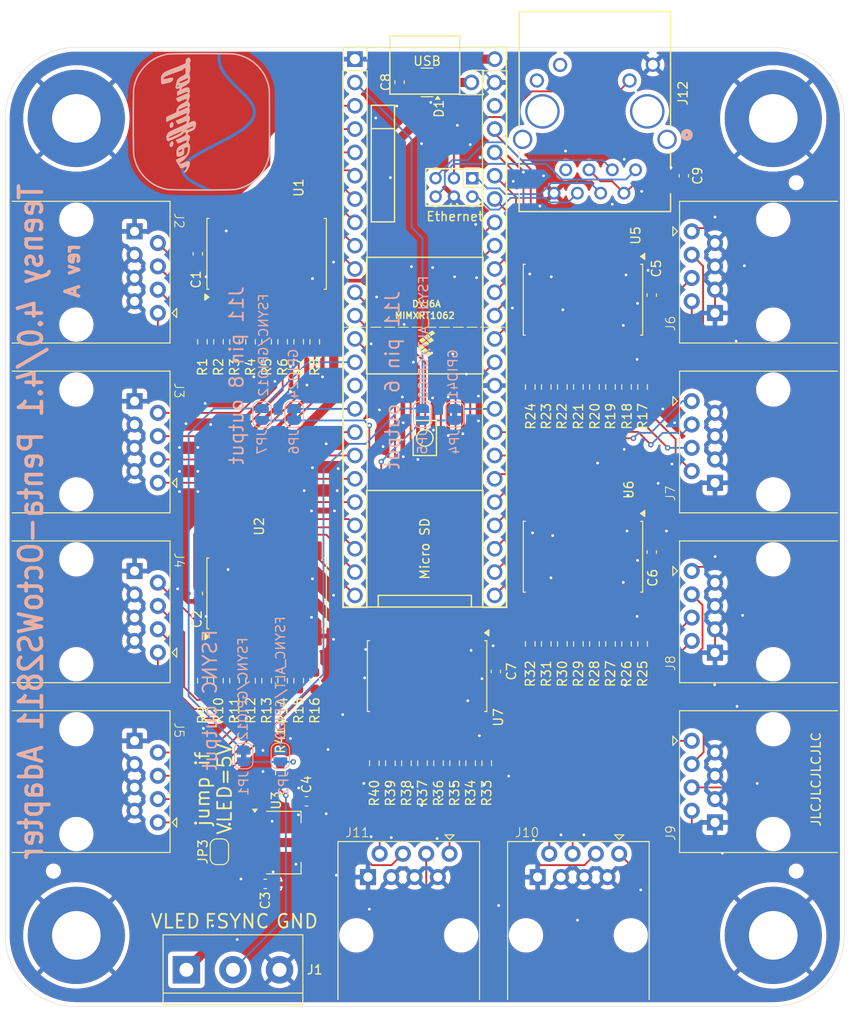
<source format=kicad_pcb>
(kicad_pcb (version 20240108) (generator "pcbnew") (generator_version "8.0")
  (layers (0 "F.Cu" signal) (31 "B.Cu" signal) (34 "B.Paste" user) (35 "F.Paste" user) (36 "B.SilkS" user "B.Silkscreen") (37 "F.SilkS" user "F.Silkscreen") (38 "B.Mask" user) (39 "F.Mask" user) (44 "Edge.Cuts" user))
  (net 0 "")
  (net 1 "GND")
  (net 2 "+5V")
  (net 3 "VLED")
  (net 4 "/t49")
  (net 5 "Net-(J2-Pad6)")
  (net 6 "Net-(J2-Pad2)")
  (net 7 "Net-(J2-Pad4)")
  (net 8 "Net-(J2-Pad8)")
  (net 9 "Net-(J3-Pad4)")
  (net 10 "Net-(J3-Pad2)")
  (net 11 "Net-(J3-Pad6)")
  (net 12 "Net-(J3-Pad8)")
  (net 13 "Net-(J4-Pad6)")
  (net 14 "Net-(J4-Pad2)")
  (net 15 "Net-(J4-Pad4)")
  (net 16 "Net-(J5-Pad6)")
  (net 17 "Net-(J5-Pad4)")
  (net 18 "Net-(J5-Pad8)")
  (net 19 "Net-(J5-Pad2)")
  (net 20 "Net-(J6-Pad6)")
  (net 21 "Net-(J6-Pad4)")
  (net 22 "Net-(J6-Pad2)")
  (net 23 "Net-(J7-Pad4)")
  (net 24 "Net-(J7-Pad8)")
  (net 25 "Net-(J7-Pad6)")
  (net 26 "Net-(J7-Pad2)")
  (net 27 "Net-(J8-Pad6)")
  (net 28 "Net-(J8-Pad2)")
  (net 29 "Net-(J8-Pad4)")
  (net 30 "Net-(J9-Pad4)")
  (net 31 "Net-(J9-Pad6)")
  (net 32 "Net-(J9-Pad8)")
  (net 33 "Net-(J9-Pad2)")
  (net 34 "Net-(J10-Pad6)")
  (net 35 "Net-(J10-Pad4)")
  (net 36 "Net-(J10-Pad2)")
  (net 37 "Net-(J11-Pad8)")
  (net 38 "Net-(J11-Pad6)")
  (net 39 "Net-(J11-Pad4)")
  (net 40 "/FSYNC")
  (net 41 "/FSYNC_ALT")
  (net 42 "Net-(U1-A0)")
  (net 43 "Net-(U1-A1)")
  (net 44 "Net-(U1-A2)")
  (net 45 "Net-(U1-A3)")
  (net 46 "Net-(U1-A4)")
  (net 47 "Net-(U1-A5)")
  (net 48 "Net-(U1-A6)")
  (net 49 "Net-(U1-A7)")
  (net 50 "Net-(U2-A0)")
  (net 51 "Net-(U2-A1)")
  (net 52 "Net-(U2-A2)")
  (net 53 "Net-(U2-A3)")
  (net 54 "Net-(U2-A4)")
  (net 55 "Net-(U2-A5)")
  (net 56 "Net-(U2-A6)")
  (net 57 "Net-(U2-A7)")
  (net 58 "/t23")
  (net 59 "/t4")
  (net 60 "/t7")
  (net 61 "/t9")
  (net 62 "/t17")
  (net 63 "/t8")
  (net 64 "/t6")
  (net 65 "/t10")
  (net 66 "/t3")
  (net 67 "/t20")
  (net 68 "/t19")
  (net 69 "/t24")
  (net 70 "/t21")
  (net 71 "/t22")
  (net 72 "/t5")
  (net 73 "/t15")
  (net 74 "/t18")
  (net 75 "/t45")
  (net 76 "/t46")
  (net 77 "/t44")
  (net 78 "/t26")
  (net 79 "/GPIO_18")
  (net 80 "/t27")
  (net 81 "/t25")
  (net 82 "/t32")
  (net 83 "/t31")
  (net 84 "/t30")
  (net 85 "/t39")
  (net 86 "/t38")
  (net 87 "/GPIO_10")
  (net 88 "/t28")
  (net 89 "/GPIO_11")
  (net 90 "/t37")
  (net 91 "/t43")
  (net 92 "/t42")
  (net 93 "/t36")
  (net 94 "/GPIO_19")
  (net 95 "/t29")
  (net 96 "/GPIO_41")
  (net 97 "/GPIO_24")
  (net 98 "/GPIO_13")
  (net 99 "Net-(J4-Pad8)")
  (net 100 "Net-(J6-Pad8)")
  (net 101 "Net-(J8-Pad8)")
  (net 102 "Net-(J10-Pad8)")
  (net 103 "Net-(J1-Pin_2)")
  (net 104 "Net-(J11-Pad2)")
  (net 105 "Net-(JP4-B)")
  (net 106 "Net-(JP6-B)")
  (net 107 "/GPIO_9")
  (net 111 "Net-(C9-Pad2)")
  (net 112 "/T+")
  (net 113 "/ENET_LED")
  (net 114 "/R-")
  (net 115 "/T-")
  (net 116 "/R+")
  (net 117 "Net-(JP1-A)")
  (net 118 "Net-(U5-B0)")
  (net 119 "Net-(U5-B1)")
  (net 120 "Net-(U5-B2)")
  (net 121 "Net-(U5-B3)")
  (net 122 "Net-(U5-B4)")
  (net 123 "Net-(U5-B5)")
  (net 124 "Net-(U5-B6)")
  (net 125 "Net-(U5-B7)")
  (net 126 "Net-(U6-B0)")
  (net 127 "Net-(U6-B1)")
  (net 128 "Net-(U6-B2)")
  (net 129 "Net-(U6-B3)")
  (net 130 "Net-(U6-B4)")
  (net 131 "Net-(U6-B5)")
  (net 132 "Net-(U6-B6)")
  (net 133 "Net-(U6-B7)")
  (net 134 "Net-(U7-B0)")
  (net 135 "Net-(U7-B1)")
  (net 136 "Net-(U7-B2)")
  (net 137 "Net-(U7-B3)")
  (net 138 "Net-(U7-B4)")
  (net 139 "Net-(U7-B5)")
  (net 140 "Net-(U7-B6)")
  (net 141 "Net-(U7-B7)")
  (footprint "Capacitor_SMD:C_0603_1608Metric_Pad1.08x0.95mm_HandSolder" (layer "F.Cu") (at 135.85 118.14375)
    (property "Reference" "C4")
    (property "Value" "10uF")
  )
  (footprint "Resistor_SMD:R_0603_1608Metric_Pad0.98x0.95mm_HandSolder" (layer "F.Cu") (at 160.25 73 90)
    (property "Reference" "R24")
    (property "Value" "100R")
  )
  (footprint "JLC:Order Number" (layer "F.Cu") (at 192 121 90)
    (property "Reference" "TOOL4" (hide yes))
    (property "Value" "~")
  )
  (footprint "Capacitor_SMD:C_0603_1608Metric_Pad1.08x0.95mm_HandSolder" (layer "F.Cu") (at 124 58.5 90)
    (property "Reference" "C1")
    (property "Value" "0.1uF")
  )
  (footprint "Resistor_SMD:R_0603_1608Metric_Pad0.98x0.95mm_HandSolder" (layer "F.Cu") (at 163.75 101 90)
    (property "Reference" "R30")
    (property "Value" "100R")
  )
  (footprint "Library:HCTL HC-RJ45-5622-1-6" (layer "F.Cu") (at 186.75 79 90)
    (property "Reference" "J7")
    (property "Value" "RJ45")
  )
  (footprint "Capacitor_SMD:C_0603_1608Metric_Pad1.08x0.95mm_HandSolder" (layer "F.Cu") (at 124 95.5 90)
    (property "Reference" "C2")
    (property "Value" "0.1uF")
  )
  (footprint "Resistor_SMD:R_0603_1608Metric_Pad0.98x0.95mm_HandSolder" (layer "F.Cu") (at 143.25 114 90)
    (property "Reference" "R40")
    (property "Value" "100R")
  )
  (footprint "Resistor_SMD:R_0603_1608Metric_Pad0.98x0.95mm_HandSolder" (layer "F.Cu") (at 128 68.0875 90)
    (property "Reference" "R3")
    (property "Value" "100R")
  )
  (footprint "Capacitor_SMD:C_0603_1608Metric_Pad1.08x0.95mm_HandSolder" (layer "F.Cu") (at 173.5 63 90)
    (property "Reference" "C5")
    (property "Value" "0.1uF")
  )
  (footprint "Capacitor_SMD:C_0603_1608Metric_Pad1.08x0.95mm_HandSolder" (layer "F.Cu") (at 146 39.8 90)
    (property "Reference" "C8")
    (property "Value" "10uF")
  )
  (footprint "Resistor_SMD:R_0603_1608Metric_Pad0.98x0.95mm_HandSolder" (layer "F.Cu") (at 155.5 114 90)
    (property "Reference" "R33")
    (property "Value" "100R")
  )
  (footprint "Resistor_SMD:R_0603_1608Metric_Pad0.98x0.95mm_HandSolder" (layer "F.Cu") (at 148.5 114 90)
    (property "Reference" "R37")
    (property "Value" "100R")
  )
  (footprint "Library:HCTL HC-RJ45-5622-1-6" (layer "F.Cu") (at 110.75 79 -90)
    (property "Reference" "J3")
    (property "Value" "RJ45")
  )
  (footprint "Resistor_SMD:R_0603_1608Metric_Pad0.98x0.95mm_HandSolder" (layer "F.Cu") (at 163.75 73 90)
    (property "Reference" "R22")
    (property "Value" "100R")
  )
  (footprint "Library:HCTL HC-RJ45-5622-1-6" (layer "F.Cu") (at 186.75 60.5 90)
    (property "Reference" "J6")
    (property "Value" "RJ45")
  )
  (footprint "Resistor_SMD:R_0603_1608Metric_Pad0.98x0.95mm_HandSolder" (layer "F.Cu") (at 165.5 73 90)
    (property "Reference" "R21")
    (property "Value" "100R")
  )
  (footprint "Resistor_SMD:R_0603_1608Metric_Pad0.98x0.95mm_HandSolder" (layer "F.Cu") (at 162 101 90)
    (property "Reference" "R31")
    (property "Value" "100R")
  )
  (footprint "Fiducial:Fiducial_0.5mm_Mask1mm" (layer "F.Cu") (at 110.75 125.75)
    (property "Reference" "FID1" (hide yes))
    (property "Value" "Fiducial")
  )
  (footprint "Connector_PinSocket_2.54mm:PinSocket_1x24_P2.54mm_Vertical" (layer "F.Cu") (at 141.13 37.29)
    (property "Reference" "J14" (hide yes))
    (property "Value" "Conn_01x24")
  )
  (footprint "Fiducial:Fiducial_0.5mm_Mask1mm" (layer "F.Cu") (at 186.75 125.75)
    (property "Reference" "FID3" (hide yes))
    (property "Value" "Fiducial")
  )
  (footprint "teensy.pretty-master:Teensy41" (layer "F.Cu") (at 148.75 66.5 -90)
    (property "Reference" "U4" (hide yes))
    (property "Value" "Teensy4.1")
  )
  (footprint "Resistor_SMD:R_0603_1608Metric_Pad0.98x0.95mm_HandSolder" (layer "F.Cu") (at 162 73 90)
    (property "Reference" "R23")
    (property "Value" "100R")
  )
  (footprint "Package_SO:SOIC-20W_7.5x12.8mm_P1.27mm" (layer "F.Cu") (at 166 63.5 -90)
    (property "Reference" "U5")
    (property "Value" "74HCT245")
  )
  (footprint "Resistor_SMD:R_0603_1608Metric_Pad0.98x0.95mm_HandSolder" (layer "F.Cu") (at 145 114 90)
    (property "Reference" "R39")
    (property "Value" "100R")
  )
  (footprint "Capacitor_SMD:C_0603_1608Metric_Pad1.08x0.95mm_HandSolder" (layer "F.Cu") (at 156.5 104 90)
    (property "Reference" "C7")
    (property "Value" "0.1uF")
  )
  (footprint "Resistor_SMD:R_0603_1608Metric_Pad0.98x0.95mm_HandSolder" (layer "F.Cu") (at 165.5 101 90)
    (property "Reference" "R29")
    (property "Value" "100R")
  )
  (footprint "Resistor_SMD:R_0603_1608Metric_Pad0.98x0.95mm_HandSolder" (layer "F.Cu") (at 136.75 68.0875 90)
    (property "Reference" "R8")
    (property "Value" "100R")
  )
  (footprint "Resistor_SMD:R_0603_1608Metric_Pad0.98x0.95mm_HandSolder" (layer "F.Cu") (at 167.25 101 90)
    (property "Reference" "R28")
    (property "Value" "100R")
  )
  (footprint "TerminalBlock:TerminalBlock_bornier-3_P5.08mm" (layer "F.Cu") (at 122.75 136.5)
    (property "Reference" "J1")
    (property "Value" "Screw_Terminal_01x03")
  )
  (footprint "Resistor_SMD:R_0603_1608Metric_Pad0.98x0.95mm_HandSolder" (layer "F.Cu") (at 133.25 68.0875 90)
    (property "Reference" "R6")
    (property "Value" "100R")
  )
  (footprint "Library:HCTL HC-RJ45-5622-1-6" (layer "F.Cu") (at 165.5 132.75)
    (property "Reference" "J10")
    (property "Value" "RJ45")
  )
  (footprint "Library:HCTL HC-RJ45-5622-1-6" (layer "F.Cu") (at 147 132.75)
    (property "Reference" "J11")
    (property "Value" "RJ45")
  )
  (footprint "Resistor_SMD:R_0603_1608Metric_Pad0.98x0.95mm_HandSolder" (layer "F.Cu") (at 131.5 105 90)
    (property "Reference" "R13")
    (property "Value" "100R")
  )
  (footprint "Capacitor_SMD:C_0603_1608Metric_Pad1.08x0.95mm_HandSolder" (layer "F.Cu") (at 177 50 -90)
    (property "Reference" "C9")
    (property "Value" "0.1uF")
  )
  (footprint "Resistor_SMD:R_0603_1608Metric_Pad0.98x0.95mm_HandSolder" (layer "F.Cu") (at 128 105 90)
    (property "Reference" "R11")
    (property "Value" "100R")
  )
  (footprint "Capacitor_SMD:C_0603_1608Metric_Pad1.08x0.95mm_HandSolder" (layer "F.Cu") (at 131.35 127.14375 180)
    (property "Reference" "C3")
    (property "Value" "10uF")
  )
  (footprint "MountingHole:MountingHole_5.3mm_M5_Pad" (layer "F.Cu") (at 110.75 132.75)
    (property "Reference" "H3" (hide yes))
    (property "Value" "MountingHole_Pad")
  )
  (footprint "Resistor_SMD:R_0603_1608Metric_Pad0.98x0.95mm_HandSolder" (layer "F.Cu") (at 153.75 114 90)
    (property "Reference" "R34")
    (property "Value" "100R")
  )
  (footprint "Resistor_SMD:R_0603_1608Metric_Pad0.98x0.95mm_HandSolder" (layer "F.Cu") (at 167.25 73 90)
    (property "Reference" "R20")
    (property "Value" "100R")
  )
  (footprint "Connector_PinSocket_2.54mm:PinSocket_1x24_P2.54mm_Vertical" (layer "F.Cu") (at 156.37 37.29)
    (property "Reference" "J15" (hide yes))
    (property "Value" "Conn_01x24")
  )
  (footprint "MountingHole:MountingHole_5.3mm_M5_Pad" (layer "F.Cu") (at 186.75 43.75)
    (property "Reference" "H2" (hide yes))
    (property "Value" "MountingHole_Pad")
  )
  (footprint "Fiducial:Fiducial_0.5mm_Mask1mm" (layer "F.Cu") (at 186.75 50.75)
    (property "Reference" "FID2" (hide yes))
    (property "Value" "Fiducial")
  )
  (footprint "Package_TO_SOT_SMD:SOT-23" (layer "F.Cu") (at 149 39.825 180)
    (property "Reference" "D1")
    (property "Value" "BAT54C")
  )
  (footprint "Library:HCTL HC-RJ45-5622-1-6" (layer "F.Cu") (at 186.75 116 90)
    (property "Reference" "J9")
    (property "Value" "RJ45")
  )
  (footprint "Package_TO_SOT_SMD:SOT-223-3_TabPin2" (layer "F.Cu") (at 133.35 122.64375)
    (property "Reference" "U3")
    (property "Value" "NCP1117-5.0_SOT223")
  )
  (footprint "Resistor_SMD:R_0603_1608Metric_Pad0.98x0.95mm_HandSolder" (layer "F.Cu") (at 160.25 101 90)
    (property "Reference" "R32")
    (property "Value" "100R")
  )
  (footprint "Jumper:SolderJumper-2_P1.3mm_Open_RoundedPad1.0x1.5mm" (layer "F.Cu") (at 126.35 123.64375 90)
    (property "Reference" "JP3")
    (property "Value" "SolderJumper_2_Open")
  )
  (footprint "Resistor_SMD:R_0603_1608Metric_Pad0.98x0.95mm_HandSolder" (layer "F.Cu") (at 169 101 90)
    (property "Reference" "R27")
    (property "Value" "100R")
  )
  (footprint "Library:HCTL HC-RJ45-5622-1-6" (layer "F.Cu") (at 110.75 60.5 -90)
    (property "Reference" "J2")
    (property "Value" "RJ45")
  )
  (footprint "Resistor_SMD:R_0603_1608Metric_Pad0.98x0.95mm_HandSolder" (layer "F.Cu") (at 172.5 73 90)
    (property "Reference" "R17")
    (property "Value" "100R")
  )
  (footprint "Resistor_SMD:R_0603_1608Metric_Pad0.98x0.95mm_HandSolder" (layer "F.Cu") (at 129.75 68.0875 90)
    (property "Reference" "R4")
    (property "Value" "100R")
  )
  (footprint "Package_SO:SOIC-20W_7.5x12.8mm_P1.27mm" (layer "F.Cu") (at 131.5 58.5 90)
    (property "Reference" "U1")
    (property "Value" "74HCT245")
  )
  (footprint "MountingHole:MountingHole_5.3mm_M5_Pad" (layer "F.Cu") (at 186.75 132.75)
    (property "Reference" "H4" (hide yes))
    (property "Value" "MountingHole_Pad")
  )
  (footprint "Capacitor_SMD:C_0603_1608Metric_Pad1.08x0.95mm_HandSolder" (layer "F.Cu") (at 173.5 91 90)
    (property "Reference" "C6")
    (property "Value" "0.1uF")
  )
  (footprint "Resistor_SMD:R_0603_1608Metric_Pad0.98x0.95mm_HandSolder" (layer "F.Cu") (at 126.25 68.0875 90)
    (property "Reference" "R2")
    (property "Value" "100R")
  )
  (footprint "Resistor_SMD:R_0603_1608Metric_Pad0.98x0.95mm_HandSolder" (layer "F.Cu") (at 136.75 105 90)
    (property "Reference" "R16")
    (property "Value" "100R")
  )
  (footprint "Resistor_SMD:R_0603_1608Metric_Pad0.98x0.95mm_HandSolder" (layer "F.Cu") (at 169 73 90)
    (property "Reference" "R19")
    (property "Value" "100R")
  )
  (footprint "Resistor_SMD:R_0603_1608Metric_Pad0.98x0.95mm_HandSolder" (layer "F.Cu") (at 152 114 90)
    (property "Reference" "R35")
    (property "Value" "100R")
  )
  (footprint "Resistor_SMD:R_0603_1608Metric_Pad0.98x0.95mm_HandSolder" (layer "F.Cu") (at 133 115 90)
    (property "Reference" "R41")
    (property "Value" "100R")
  )
  (footprint "Resistor_SMD:R_0603_1608Metric_Pad0.98x0.95mm_HandSolder" (layer "F.Cu") (at 135 68.0875 90)
    (property "Reference" "R7")
    (property "Value" "100R")
  )
  (footprint "Resistor_SMD:R_0603_1608Metric_Pad0.98x0.95mm_HandSolder" (layer "F.Cu") (at 146.75 114 90)
    (property "Reference" "R38")
    (property "Value" "100R")
  )
  (footprint "Resistor_SMD:R_0603_1608Metric_Pad0.98x0.95mm_HandSolder" (layer "F.Cu") (at 135 105 90)
    (property "Reference" "R15")
    (property "Value" "100R")
  )
  (footprint "J1B1211CCD:CONN12_J1B1211CCD_WIZ" (layer "F.Cu") (at 171.105649 45.55999 180)
    (property "Reference" "J12")
    (property "Value" "J1B1211CCD")
  )
  (footprint "JLC:Tooling Hole" (layer "F.Cu") (at 189.25 125.75)
    (property "Reference" "TOOL1" (hide yes))
    (property "Value" "Tooling_Hole")
  )
  (footprint "Package_SO:SOIC-20W_7.5x12.8mm_P1.27mm" (layer "F.Cu") (at 149 104.5 -90)
    (property "Reference" "U7")
    (property "Value" "74HCT245")
  )
  (footprint "Resistor_SMD:R_0603_1608Metric_Pad0.98x0.95mm_HandSolder" (layer "F.Cu") (at 124.5 68.0875 90)
    (property "Reference" "R1")
    (property "Value" "100R")
  )
  (footprint "Resistor_SMD:R_0603_1608Metric_Pad0.98x0.95mm_HandSolder" (layer "F.Cu") (at 170.75 73 90)
    (property "Reference" "R18")
    (property "Value" "100R")
  )
  (footprint "MountingHole:MountingHole_5.3mm_M5_Pad" (layer "F.Cu") (at 110.75 43.75)
    (property "Reference" "H1" (hide yes))
    (property "Value" "MountingHole_Pad")
  )
  (footprint "Package_SO:SOIC-20W_7.5x12.8mm_P1.27mm" (layer "F.Cu") (at 166 91.5 -90)
    (property "Reference" "U6")
    (property "Value" "74HCT245")
  )
  (footprint "Connector_PinSocket_2.54mm:PinSocket_1x01_P2.54mm_Vertical" (layer "F.Cu") (at 153.83 39.83)
    (property "Reference" "J16" (hide yes))
    (property "Value" "Conn_01x01")
  )
  (footprint "Resistor_SMD:R_0603_1608Metric_Pad0.98x0.95mm_HandSolder" (layer "F.Cu") (at 124.5 105 90)
    (property "Reference" "R9")
    (property "Value" "100R")
  )
  (footprint "Connector_PinSocket_2.00mm:PinSocket_2x03_P2.00mm_Vertical" (layer "F.Cu") (at 153.93 52.26 -90)
    (property "Reference" "J13" (hide yes))
    (property "Value" "Header 2x3 2mm")
  )
  (footprint "Resistor_SMD:R_0603_1608Metric_Pad0.98x0.95mm_HandSolder" (layer "F.Cu") (at 131.5 68.0875 90)
    (property "Reference" "R5")
    (property "Value" "100R")
  )
  (footprint "Resistor_SMD:R_0603_1608Metric_Pad0.98x0.95mm_HandSolder" (layer "F.Cu") (at 170.75 101 90)
    (property "Reference" "R26")
    (property "Value" "100R")
  )
  (footprint "JLC:Tooling Hole" (layer "F.Cu") (at 108.25 125.75)
    (property "Reference" "TOOL3" (hide yes))
    (property "Value" "Tooling_Hole")
  )
  (footprint "Resistor_SMD:R_0603_1608Metric_Pad0.98x0.95mm_HandSolder" (layer "F.Cu") (at 133.25 105 90)
    (property "Reference" "R14")
    (property "Value" "100R")
  )
  (footprint "Library:HCTL HC-RJ45-5622-1-6" (layer "F.Cu") (at 186.75 97.5 90)
    (property "Reference" "J8")
    (property "Value" "RJ45")
  )
  (footprint "Resistor_SMD:R_0603_1608Metric_Pad0.98x0.95mm_HandSolder" (layer "F.Cu") (at 126.25 105 90)
    (property "Reference" "R10")
    (property "Value" "100R")
  )
  (footprint "Package_SO:SOIC-20W_7.5x12.8mm_P1.27mm" (layer "F.Cu") (at 131.5 95.5 90)
    (property "Reference" "U2")
    (property "Value" "74HCT245")
  )
  (footprint "Library:HCTL HC-RJ45-5622-1-6" (layer "F.Cu") (at 110.75 97.5 -90)
    (property "Reference" "J4")
    (property "Value" "RJ45")
  )
  (footprint "JLC:Tooling Hole" (layer "F.Cu") (at 189.25 50.75)
    (property "Reference" "TOOL2" (hide yes))
    (property "Value" "Tooling_Hole")
  )
  (footprint "Resistor_SMD:R_0603_1608Metric_Pad0.98x0.95mm_HandSolder" (layer "F.Cu") (at 129.75 105 90)
    (property "Reference" "R12")
    (property "Value" "100R")
  )
  (footprint "Resistor_SMD:R_0603_1608Metric_Pad0.98x0.95mm_HandSolder" (layer "F.Cu") (at 150.25 114 90)
    (property "Reference" "R36")
    (property "Value" "100R")
  )
  (footprint "Resistor_SMD:R_0603_1608Metric_Pad0.98x0.95mm_HandSolder" (layer "F.Cu") (at 172.5 101 90)
    (property "Reference" "R25")
    (property "Value" "100R")
  )
  (footprint "Library:HCTL HC-RJ45-5622-1-6" (layer "F.Cu") (at 110.75 116 -90)
    (property "Reference" "J5")
    (property "Value" "RJ45")
  )
  (footprint "Jumper:SolderJumper-2_P1.3mm_Open_RoundedPad1.0x1.5mm" (layer "B.Cu") (at 148.5 76 -90)
    (property "Reference" "JP5")
    (property "Value" "SolderJumper_2_Open")
  )
  (footprint "Jumper:SolderJumper-2_P1.3mm_Open_RoundedPad1.0x1.5mm" (layer "B.Cu") (at 131 76 -90)
    (property "Reference" "JP7")
    (property "Value" "SolderJumper_2_Open")
  )
  (footprint "logo:logo_15x15mm" (layer "B.Cu") (at 131.887125 36.615398 -90)
    (property "Reference" "REF**" (hide yes))
    (property "Value" "logo_15x15mm")
  )
  (footprint "Jumper:SolderJumper-2_P1.3mm_Bridged_RoundedPad1.0x1.5mm" (layer "B.Cu") (at 152 76 -90)
    (property "Reference" "JP4")
    (property "Value" "SolderJumper_2_Bridged")
  )
  (footprint "Jumper:SolderJumper-2_P1.3mm_Bridged_RoundedPad1.0x1.5mm" (layer "B.Cu") (at 129 113.2 90)
    (property "Reference" "JP1")
    (property "Value" "SolderJumper_2_Bridged")
  )
  (footprint "Jumper:SolderJumper-2_P1.3mm_Bridged_RoundedPad1.0x1.5mm" (layer "B.Cu") (at 134.5 76 -90)
    (property "Reference" "JP6")
    (property "Value" "SolderJumper_2_Bridged")
  )
  (footprint "Jumper:SolderJumper-2_P1.3mm_Open_RoundedPad1.0x1.5mm" (layer "B.Cu") (at 133 113.2 90)
    (property "Reference" "JP2")
    (property "Value" "SolderJumper_2_Open")
  )
  (gr_arc (start 110.75 140.5) (mid 105.269922 138.230078) (end 103 132.75) (stroke (width 0.05)) (layer "Edge.Cuts"))
  (gr_arc (start 186.75 36) (mid 192.230078 38.269922) (end 194.5 43.75) (stroke (width 0.05)) (layer "Edge.Cuts"))
  (gr_line (start 194.5 43.75) (end 194.5 132.75) (stroke (width 0.05)) (layer "Edge.Cuts"))
  (gr_line (start 110.75 140.5) (end 186.75 140.5) (stroke (width 0.05)) (layer "Edge.Cuts"))
  (gr_line (start 110.75 36) (end 186.75 36) (stroke (width 0.05)) (layer "Edge.Cuts"))
  (gr_arc (start 103 43.75) (mid 105.269922 38.269922) (end 110.75 36) (stroke (width 0.05)) (layer "Edge.Cuts"))
  (gr_arc (start 194.5 132.75) (mid 192.230078 138.230078) (end 186.75 140.5) (stroke (width 0.05)) (layer "Edge.Cuts"))
  (gr_line (start 103 43.75) (end 103 132.75) (stroke (width 0.05)) (layer "Edge.Cuts"))
  (gr_text "FSYNC/GPIO12" (at 129.5 100.2 90) (layer "B.SilkS") (effects (font (size 1 1)) (justify left bottom mirror)))
  (gr_text "GPIO24" (at 135 68.75 90) (layer "B.SilkS") (effects (font (size 1 1)) (justify left bottom mirror)))
  (gr_text "Teensy 4.0/4.1 Penta-OctoWS2811 Adapter" (at 107.27 50.65 90) (layer "B.SilkS") (effects (font (size 2.5 2.2) (thickness 0.4)) (justify left bottom mirror)))
  (gr_text "J11 pin 8 output" (at 129.1 61.9 90) (layer "B.SilkS") (effects (font (size 1.5 1.5) (thickness 0.2) (bold yes)) (justify left bottom mirror)))
  (gr_text "J11 pin 6 output" (at 146.1 62.4 90) (layer "B.SilkS") (effects (font (size 1.5 1.5) (thickness 0.2) (bold yes)) (justify left bottom mirror)))
  (gr_text "FSYNC output" (at 126.2 99.3 90) (layer "B.SilkS") (effects (font (size 1.5 1.5) (thickness 0.2) (bold yes)) (justify left bottom mirror)))
  (gr_text "GPIO41" (at 152.4 68.8 90) (layer "B.SilkS") (effects (font (size 1 1)) (justify left bottom mirror)))
  (gr_text "FSYNC_ALT/GPIO0" (at 149.2 60.8 90) (layer "B.SilkS") (effects (font (size 1 1)) (justify left bottom mirror)))
  (gr_text "FSYNC_ALT/GPIO0" (at 133.6 97.9 90) (layer "B.SilkS") (effects (font (size 1 1)) (justify left bottom mirror)))
  (gr_text "rev A" (at 111.2 57.2 90) (layer "B.SilkS") (effects (font (size 1.5 1.5) (thickness 0.4)) (justify left bottom mirror)))
  (gr_text "FSYNC/GPIO12" (at 131.75 62.75 90) (layer "B.SilkS") (effects (font (size 1 1)) (justify left bottom mirror)))
  (gr_text "jump if\nVLED=5V" (at 127.8 116.8 90) (layer "F.SilkS") (effects (font (size 1.5 1.5) (thickness 0.2) (bold yes)) (justify bottom)))
  (gr_text "FSYNC" (at 124.6 132.1 0) (layer "F.SilkS") (effects (font (size 1.5 1.5) (thickness 0.2) (bold yes)) (justify left bottom)))
  (gr_text "VLED" (at 118.75 132.1 0) (layer "F.SilkS") (effects (font (size 1.5 1.5) (thickness 0.2) (bold yes)) (justify left bottom)))
  (gr_text "GND" (at 132.4 132.1 0) (layer "F.SilkS") (effects (font (size 1.5 1.5) (thickness 0.2) (bold yes)) (justify left bottom)))
  (segment (start 132.075 120.34375) (end 132.1 120.31875) (width 0.2) (layer "F.Cu") (net 1))
  (segment (start 132.2125 125.83125) (end 132.225 125.81875) (width 0.2) (layer "F.Cu") (net 1))
  (segment (start 171.899448 70) (end 171.5 70) (width 0.2) (layer "F.Cu") (net 1))
  (segment (start 134.9875 119.60625) (end 134.975 119.61875) (width 0.2) (layer "F.Cu") (net 1))
  (segment (start 180.4 101.945) (end 180.4 99.405) (width 0.2) (layer "F.Cu") (net 1))
  (segment (start 130.2 120.34375) (end 132.075 120.34375) (width 1) (layer "F.Cu") (net 1))
  (segment (start 153.445 110.045) (end 154.4 111) (width 0.2) (layer "F.Cu") (net 1))
  (segment (start 170.445 68.945) (end 170.445 68.15) (width 0.2) (layer "F.Cu") (net 1))
  (segment (start 132.2125 127.14375) (end 132.2125 125.83125) (width 1) (layer "F.Cu") (net 1))
  (segment (start 171.9 98) (end 171.6 98) (width 0.2) (layer "F.Cu") (net 1))
  (segment (start 171.5 70) (end 170.445 68.945) (width 0.2) (layer "F.Cu") (net 1))
  (segment (start 116.85 64.05) (end 116.85 63.05) (width 0.2) (layer "F.Cu") (net 1))
  (segment (start 154.4 111) (end 154.7 111) (width 0.2) (layer "F.Cu") (net 1))
  (segment (start 171.6 98) (end 170.445 96.845) (width 0.2) (layer "F.Cu") (net 1))
  (segment (start 180.4 64.945) (end 180.4 62.405) (width 0.2) (layer "F.Cu") (net 1))
  (segment (start 153.445 109.15) (end 153.445 110.045) (width 0.2) (layer "F.Cu") (net 1))
  (segment (start 170.445 96.845) (end 170.445 96.15) (width 0.2) (layer "F.Cu") (net 1))
  (segment (start 134.9875 118.14375) (end 134.9875 119.60625) (width 1) (layer "F.Cu") (net 1))
  (segment (start 156.37 39.83) (end 155.1 41.1) (width 0.2) (layer "F.Cu") (net 1))
  (via (at 182.8 107.8) (size 0.6) (drill 0.3) (layers "F.Cu" "B.Cu") (net 1))
  (via (at 146.3 74.1) (size 0.6) (drill 0.3) (layers "F.Cu" "B.Cu") (net 1))
  (via (at 132.4 72.4) (size 0.6) (drill 0.3) (layers "F.Cu" "B.Cu") (net 1))
  (via (at 147.5 70.3) (size 0.6) (drill 0.3) (layers "F.Cu" "B.Cu") (net 1))
  (via (at 147.3 59.9) (size 0.6) (drill 0.3) (layers "F.Cu" "B.Cu") (net 1))
  (via (at 153.435 107.185) (size 0.6) (drill 0.3) (layers "F.Cu" "B.Cu") (net 1))
  (via (at 180.41 91.48) (size 0.6) (drill 0.3) (layers "F.Cu" "B.Cu") (net 1))
  (via (at 157.9 115.4) (size 0.6) (drill 0.3) (layers "F.Cu" "B.Cu") (net 1))
  (via (at 162.55 61) (size 0.6) (drill 0.3) (layers "F.Cu" "B.Cu") (net 1))
  (via (at 158.3 64.4) (size 0.6) (drill 0.3) (layers "F.Cu" "B.Cu") (net 1))
  (via (at 162.5 93.8) (size 0.6) (drill 0.3) (layers "F.Cu" "B.Cu") (net 1))
  (via (at 138.8 59.4) (size 0.6) (drill 0.3) (layers "F.Cu" "B.Cu") (net 1))
  (via (at 138 79.2) (size 0.6) (drill 0.3) (layers "F.Cu" "B.Cu") (net 1))
  (via (at 175.1 88.7) (size 0.6) (drill 0.3) (layers "F.Cu" "B.Cu") (net 1))
  (via (at 183.41 97.89) (size 0.6) (drill 0.3) (layers "F.Cu" "B.Cu") (net 1))
  (via (at 145 50.2) (size 0.6) (drill 0.3) (layers "F.Cu" "B.Cu") (net 1))
  (via (at 146.5 66.2) (size 0.6) (drill 0.3) (layers "F.Cu" "B.Cu") (net 1))
  (via (at 163.8 64.6) (size 0.6) (drill 0.3) (layers "F.Cu" "B.Cu") (net 1))
  (via (at 139.3 81.9) (size 0.6) (drill 0.3) (layers "F.Cu" "B.Cu") (net 1))
  (via (at 122.7 77) (size 0.6) (drill 0.3) (layers "F.Cu" "B.Cu") (net 1))
  (via (at 151.8 69.4) (size 0.6) (drill 0.3) (layers "F.Cu" "B.Cu") (net 1))
  (via (at 124.6 110.2) (size 0.6) (drill 0.3) (layers "F.Cu" "B.Cu") (net 1))
  (via (at 166.1 121.8) (size 0.6) (drill 0.3) (layers "F.Cu" "B.Cu") (net 1))
  (via (at 151.3 74.1) (size 0.6) (drill 0.3) (layers "F.Cu" "B.Cu") (net 1))
  (via (at 124 84.4) (size 0.6) (drill 0.3) (layers "F.Cu" "B.Cu") (net 1))
  (via (at 124 79.6) (size 0.6) (drill 0.3) (layers "F.Cu" "B.Cu") (net 1))
  (via (at 124.9 98) (size 0.6) (drill 0.3) (layers "F.Cu" "B.Cu") (net 1))
  (via (at 154.6 76.7) (size 0.6) (drill 0.3) (layers "F.Cu" "B.Cu") (net 1))
  (via (at 138.9 86.5) (size 0.6) (drill 0.3) (layers "F.Cu" "B.Cu") (net 1))
  (via (at 170.8 88.7) (size 0.6) (drill 0.3) (layers "F.Cu" "B.Cu") (net 1))
  (via (at 131.1 114.9) (size 0.6) (drill 0.3) (layers "F.Cu" "B.Cu") (net 1))
  (via (at 149.4 42) (size 0.6) (drill 0.3) (layers "F.Cu" "B.Cu") (net 1))
  (via (at 181.2 123.8) (size 0.6) (drill 0.3) (layers "F.Cu" "B.Cu") (net 1))
  (via (at 136.5 93.9) (size 0.6) (drill 0.3) (layers "F.Cu" "B.Cu") (net 1))
  (via (at 142.9 68.3) (size 0.6) (drill 0.3) (layers "F.Cu" "B.Cu") (net 1))
  (via (at 155.2 116.4) (size 0.6) (drill 0.3) (layers "F.Cu" "B.Cu") (net 1))
  (via (at 134.975 119.61875) (size 0.6) (drill 0.3) (layers "F.Cu" "B.Cu") (net 1))
  (via (at 171.899448 70) (size 0.6) (drill 0.3) (layers "F.Cu" "B.Cu") (net 1))
  (via (at 139.2 84.3) (size 0.6) (drill 0.3) (layers "F.Cu" "B.Cu") (net 1))
  (via (at 122 82.2) (size 0.6) (drill 0.3) (layers "F.Cu" "B.Cu") (net 1))
  (via (at 148.4 118.6) (size 0.6) (drill 0.3) (layers "F.Cu" "B.Cu") (net 1))
  (via (at 173.1 60.3) (size 0.6) (drill 0.3) (layers "F.Cu" "B.Cu") (net 1))
  (via (at 135.6 84.3) (size 0.6) (drill 0.3) (layers "F.Cu" "B.Cu") (net 1))
  (via (at 150.3 117.7) (size 0.6) (drill 0.3) (layers "F.Cu" "B.Cu") (net 1))
  (via (at 160.5 88.9) (size 0.6) (drill 0.3) (layers "F.Cu" "B.Cu") (net 1))
  (via (at 156.8 129.5) (size 0.6) (drill 0.3) (layers "F.Cu" "B.Cu") (net 1))
  (via (at 175.6 49.1) (size 0.6) (drill 0.3) (layers "F.Cu" "B.Cu") (net 1))
  (via (at 152.3 44.5) (size 0.6) (drill 0.3) (layers "F.Cu" "B.Cu") (net 1))
  (via (at 134.7 125) (size 0.6) (drill 0.3) (layers "F.Cu" "B.Cu") (net 1))
  (via (at 154.985 104.785) (size 0.6) (drill 0.3) (layers "F.Cu" "B.Cu") (net 1))
  (via (at 136.5 61.2) (size 0.6) (drill 0.3) (layers "F.Cu" "B.Cu") (net 1))
  (via (at 154.4 61.1) (size 0.6) (drill 0.3) (layers "F.Cu" "B.Cu") (net 1))
  (via (at 146.4 80.6) (size 0.6) (drill 0.3) (layers "F.Cu" "B.Cu") (net 1))
  (via (at 171.95 91.9) (size 0.6) (drill 0.3) (layers "F.Cu" "B.Cu") (net 1))
  (via (at 127.3 92.9) (size 0.6) (drill 0.3) (layers "F.Cu" "B.Cu") (net 1))
  (via (at 170.4 94.3) (size 0.6) (drill 0.3) (layers "F.Cu" "B.Cu") (net 1))
  (via (at 128.7 126.6) (size 0.6) (drill 0.3) (layers "F.Cu" "B.Cu") (net 1))
  (via (at 143.8 75.5) (size 0.6) (drill 0.3) (layers "F.Cu" "B.Cu") (net 1))
  (via (at 136.4 86.5) (size 0.6) (drill 0.3) (layers "F.Cu" "B.Cu") (net 1))
  (via (at 121.8 95) (size 0.6) (drill 0.3) (layers "F.Cu" "B.Cu") (net 1))
  (via (at 130.1 71.9) (size 0.6) (drill 0.3) (layers "F.Cu" "B.Cu") (net 1))
  (via (at 154.6 74) (size 0.6) (drill 0.3) (layers "F.Cu" "B.Cu") (net 1))
  (via (at 176 76.9) (size 0.6) (drill 0.3) (layers "F.Cu" "B.Cu") (net 1))
  (via (at 143.5 63.2) (size 0.6) (drill 0.3) (layers "F.Cu" "B.Cu") (net 1))
  (via (at 151.9 116.4) (size 0.6) (drill 0.3) (layers "F.Cu" "B.Cu") (net 1))
  (via (at 159.5 49.6) (size 0.6) (drill 0.3) (layers "F.Cu" "B.Cu") (net 1))
  (via (at 142.7 129.9) (size 0.6) (drill 0.3) (layers "F.Cu" "B.Cu") (net 1))
  (via (at 142.9 122) (size 0.6) (drill 0.3) (layers "F.Cu" "B.Cu") (net 1))
  (via (at 174.2 83.5) (size 0.6) (drill 0.3) (layers "F.Cu" "B.Cu") (net 1))
  (via (at 145.1 122.1) (size 0.6) (drill 0.3) (layers "F.Cu" "B.Cu") (net 1))
  (via (at 145.7 42.4) (size 0.6) (drill 0.3) (layers "F.Cu" "B.Cu") (net 1))
  (via (at 136.4 98.1) (size 0.6) (drill 0.3) (layers "F.Cu" "B.Cu") (net 1))
  (via (at 135 116.7) (size 0.6) (drill 0.3) (layers "F.Cu" "B.Cu") (net 1))
  (via (at 127.45 120.64375) (size 0.6) (drill 0.3) (layers "F.Cu" "B.Cu") (net 1))
  (via (at 122 84.4) (size 0.6) (drill 0.3) (layers "F.Cu" "B.Cu") (net 1))
  (via (at 152.9 78.1) (size 0.6) (drill 0.3) (layers "F.Cu" "B.Cu") (net 1))
  (via (at 175.7 81.4) (size 0.6) (drill 0.3) (layers "F.Cu" "B.Cu") (net 1))
  (via (at 139.8 108.7) (size 0.6) (drill 0.3) (layers "F.Cu" "B.Cu") (net 1))
  (via (at 142.2 104.7) (size 0.6) (drill 0.3) (layers "F.Cu" "B.Cu") (net 1))
  (via (at 154.7 111) (size 0.6) (drill 0.3) (layers "F.Cu" "B.Cu") (net 1))
  (via (at 127.1 56) (size 0.6) (drill 0.3) (layers "F.Cu" "B.Cu") (net 1))
  (via (at 170.5 48.2) (size 0.6) (drill 0.3) (layers "F.Cu" "B.Cu") (net 1))
  (via (at 147.4 116.6) (size 0.6) (drill 0.3) (layers "F.Cu" "B.Cu") (net 1))
  (via (at 142.1 116.2) (size 0.6) (drill 0.3) (layers "F.Cu" "B.Cu") (net 1))
  (via (at 180.4 54.5) (size 0.6) (drill 0.3) (layers "F.Cu" "B.Cu") (net 1))
  (via (at 167.6 81.3) (size 0.6) (drill 0.3) (layers "F.Cu" "B.Cu") (net 1))
  (via (at 125.4 77.1) (size 0.6) (drill 0.3) (layers "F.Cu" "B.Cu") (net 1))
  (via (at 170.6 105.5) (size 0.6) (drill 0.3) (layers "F.Cu" "B.Cu") (net 1))
  (via (at 183.6 59.8) (size 0.6) (drill 0.3) (layers "F.Cu" "B.Cu") (net 1))
  (via (at 172.4 51.7) (size 0.6) (drill 0.3) (layers "F.Cu" "B.Cu") (net 1))
  (via (at 170.5 79.8) (size 0.6) (drill 0.3) (layers "F.Cu" "B.Cu") (net 1))
  (via (at 136.5 81.8) (size 0.6) (drill 0.3) (layers "F.Cu" "B.Cu") (net 1))
  (via (at 127.8 108.9) (size 0.6) (drill 0.3) (layers "F.Cu" "B.Cu") (net 1))
  (via (at 124.9 61) (size 0.6) (drill 0.3) (layers "F.Cu" "B.Cu") (net 1))
  (via (at 142.3 101.6) (size 0.6) (drill 0.3) (layers "F.Cu" "B.Cu") (net 1))
  (via (at 132.2125 125.83125) (size 0.6) (drill 0.3) (layers "F.Cu" "B.Cu") (net 1))
  (via (at 146.4 76.9) (size 0.6) (drill 0.3) (layers "F.Cu" "B.Cu") (net 1))
  (via (at 153.7 46.6) (size 0.6) (drill 0.3) (layers "F.Cu" "B.Cu") (net 1))
  (via (at 125.6 131.7) (size 0.6) (drill 0.3) (layers "F.Cu" "B.Cu") (net 1))
  (via (at 150.1 122.2) (size 0.6) (drill 0.3) (layers "F.Cu" "B.Cu") (net 1))
  (via (at 171.95 63.9) (size 0.6) (drill 0.3) (layers "F.Cu" "B.Cu") (net 1))
  (via (at 170.4 66.3) (size 0.6) (drill 0.3) (layers "F.Cu" "B.Cu") (net 1))
  (via (at 149.7 77.7) (size 0.6) (drill 0.3) (layers "F.Cu" "B.Cu") (net 1))
  (via (at 171.9 98) (size 0.6) (drill 0.3) (layers "F.Cu" "B.Cu") (net 1))
  (via (at 143.4 43.7) (size 0.6) (drill 0.3) (layers "F.Cu" "B.Cu") (net 1))
  (via (at 153.3 71.6) (size 0.6) (drill 0.3) (layers "F.Cu" "B.Cu") (net 1))
  (via (at 144.2 79.5) (size 0.6) (drill 0.3) (layers "F.Cu" "B.Cu") (net 1))
  (via (at 149.6 60) (size 0.6) (drill 0.3) (layers "F.Cu" "B.Cu") (net 1))
  (via (at 139.1 126.2) (size 0.6) (drill 0.3) (layers "F.Cu" "B.Cu") (net 1))
  (via (at 172.3 127.8) (size 0.6) (drill 0.3) (layers "F.Cu" "B.Cu") (net 1))
  (via (at 138.8 95.7) (size 0.6) (drill 0.3) (layers "F.Cu" "B.Cu") (net 1))
  (via (at 135.9 72.8) (size 0.6) (drill 0.3) (layers "F.Cu" "B.Cu") (net 1))
  (via (at 185 116.2) (size 0.6) (drill 0.3) (layers "F.Cu" "B.Cu") (net 1))
  (via (at 124 82.2) (size 0.6) (drill 0.3) (layers "F.Cu" "B.Cu") (net 1))
  (via (at 128.3 133.2) (size 0.6) (drill 0.3) (layers "F.Cu" "B.Cu") (net 1))
  (via (at 148 80.9) (size 0.6) (drill 0.3) (layers "F.Cu" "B.Cu") (net 1))
  (via (at 174.7 75.4) (size 0.6) (drill 0.3) (layers "F.Cu" "B.Cu") (net 1))
  (via (at 137.6 71.9) (size 0.6) (drill 0.3) (layers "F.Cu" "B.Cu") (net 1))
  (via (at 154.8 48) (size 0.6) (drill 0.3) (layers "F.Cu" "B.Cu") (net 1))
  (via (at 169.2 53.1) (size 0.6) (drill 0.3) (layers "F.Cu" "B.Cu") (net 1))
  (via (at 182.7 68) (size 0.6) (drill 0.3) (layers "F.Cu" "B.Cu") (net 1))
  (via (at 161.7 50) (size 0.6) (drill 0.3) (layers "F.Cu" "B.Cu") (net 1))
  (via (at 138 119.5) (size 0.6) (drill 0.3) (layers "F.Cu" "B.Cu") (net 1))
  (via (at 154.3 55.3) (size 0.6) (drill 0.3) (layers "F.Cu" "B.Cu") (net 1))
  (via (at 160.6 122.4) (size 0.6) (drill 0.3) (layers "F.Cu" "B.Cu") (net 1))
  (via (at 132.1 120.31875) (size 0.6) (drill 0.3) (layers "F.Cu" "B.Cu") (net 1))
  (via (at 134.1 111.3) (size 0.6) (drill 0.3) (layers "F.Cu" "B.Cu") (net 1))
  (via (at 149.5 69.3) (size 0.6) (drill 0.3) (layers "F.Cu" "B.Cu") (net 1))
  (via (at 151.3 78.3) (size 0.6) (drill 0.3) (layers "F.Cu" "B.Cu") (net 1))
  (via (at 163.6 121.8) (size 0.6) (drill 0.3) (layers "F.Cu" "B.Cu") (net 1))
  (via (at 148.4 46.5) (size 0.6) (drill 0.3) (layers "F.Cu" "B.Cu") (net 1))
  (via (at 161.3 53.3) (size 0.6) (drill 0.3) (layers "F.Cu" "B.Cu") (net 1))
  (via (at 160.2 60.7) (size 0.6) (drill 0.3) (layers "F.Cu" "B.Cu") (net 1))
  (via (at 158.4 50.6) (size 0.6) (drill 0.3) (layers "F.Cu" "B.Cu") (net 1))
  (via (at 134.1 73.5) (size 0.6) (drill 0.3) (layers "F.Cu" "B.Cu") (net 1))
  (via (at 138.2 112.5) (size 0.6) (drill 0.3) (layers "F.Cu" "B.Cu") (net 1))
  (via (at 131.1 112.6) (size 0.6) (drill 0.3) (layers "F.Cu" "B.Cu") (net 1))
  (via (at 122 79.6) (size 0.6) (drill 0.3) (layers "F.Cu" "B.Cu") (net 1))
  (via (at 152 61) (size 0.6) (drill 0.3) (layers "F.Cu" "B.Cu") (net 1))
  (via (at 153.8 101.7) (size 0.6) (drill 0.3) (layers "F.Cu" "B.Cu") (net 1))
  (via (at 162.7 89.2) (size 0.6) (drill 0.3) (layers "F.Cu" "B.Cu") (net 1))
  (via (at 124.8 74.8) (size 0.6) (drill 0.3) (layers "F.Cu" "B.Cu") (net 1))
  (via (at 165.4 131.1) (size 0.6) (drill 0.3) (layers "F.Cu" "B.Cu") (net 1))
  (via (at 138.8 100.5) (size 0.6) (drill 0.3) (layers "F.Cu" "B.Cu") (net 1))
  (via (at 180.36 105.44) (size 0.6) (drill 0.3) (layers "F.Cu" "B.Cu") (net 1))
  (via (at 170.7 60.8) (size 0.6) (drill 0.3) (layers "F.Cu" "B.Cu") (net 1))
  (via (at 134.1 70.8) (size 0.6) (drill 0.3) (layers "F.Cu" "B.Cu") (net 1))
  (via (at 170.9 84.8) (size 0.6) (drill 0.3) (layers "F.Cu" "B.Cu") (net 1))
  (via (at 156.2 101.2) (size 0.6) (drill 0.3) (layers "F.Cu" "B.Cu") (net 1))
  (via (at 144.7 116.5) (size 0.6) (drill 0.3) (layers "F.Cu" "B.Cu") (net 1))
  (via (at 149.6 74.2) (size 0.6) (drill 0.3) (layers "F.Cu" "B.Cu") (net 1))
  (via (at 164.1 47.3) (size 0.6) (drill 0.3) (layers "F.Cu" "B.Cu") (net 1))
  (segment (start 156.37 39.83) (end 155.14 38.6) (width 0.2) (layer "B.Cu") (net 1))
  (segment (start 156.37 39.83) (end 155.1 41.1) (width 0.2) (layer "B.Cu") (net 1))
  (segment (start 155.14 38.6) (end 155.1 38.6) (width 0.2) (layer "B.Cu") (net 1))
  (segment (start 148.0625 39.1) (end 148.0625 38.3375) (width 1) (layer "F.Cu") (net 2))
  (segment (start 124 56.4) (end 125.785 54.615) (width 0.2) (layer "F.Cu") (net 2))
  (segment (start 158.6 75) (end 163.3 79.7) (width 1) (layer "F.Cu") (net 2))
  (segment (start 136.7125 118.14375) (end 136.7125 109.2625) (width 1) (layer "F.Cu") (net 2))
  (segment (start 138.825 74.325) (end 124 89.15) (width 1) (layer "F.Cu") (net 2))
  (segment (start 170.9 64.8) (end 170.9 62.1375) (width 0.2) (layer "F.Cu") (net 2))
  (segment (start 156.5 103.1375) (end 153.9 103.1375) (width 1) (layer "F.Cu") (net 2))
  (segment (start 154.715 99.85) (end 154.715 101.3525) (width 0.2) (layer "F.Cu") (net 2))
  (segment (start 135.0375 57.6375) (end 125.785 57.6375) (width 1) (layer "F.Cu") (net 2))
  (segment (start 136.5 118.35625) (end 136.7125 118.14375) (width 1) (layer "F.Cu") (net 2))
  (segment (start 140.8375 103.2) (end 140.8375 105.1375) (width 1) (layer "F.Cu") (net 2))
  (segment (start 149.11 37.29) (end 156.37 37.29) (width 1) (layer "F.Cu") (net 2))
  (segment (start 124 94.6375) (end 135.0375 94.6375) (width 1) (layer "F.Cu") (net 2))
  (segment (start 170.9 92.8) (end 170.9 90.1375) (width 0.2) (layer "F.Cu") (net 2))
  (segment (start 138.825 61.425) (end 138.825 74.325) (width 1) (layer "F.Cu") (net 2))
  (segment (start 153.935 103.1725) (end 153.9 103.1375) (width 0.2) (layer "F.Cu") (net 2))
  (segment (start 154.75 106.5) (end 153.935 105.685) (width 0.2) (layer "F.Cu") (net 2))
  (segment (start 125.785 92.8525) (end 124 94.6375) (width 0.2) (layer "F.Cu") (net 2))
  (segment (start 130.2 122.64375) (end 136.5 122.64375) (width 1) (layer "F.Cu") (net 2))
  (segment (start 168.2 79.7) (end 173.5 85) (width 1) (layer "F.Cu") (net 2))
  (segment (start 125.785 90.85) (end 125.785 92.8525) (width 0.2) (layer "F.Cu") (net 2))
  (segment (start 153.9 103.1375) (end 140.9 103.1375) (width 1) (layer "F.Cu") (net 2))
  (segment (start 142.275 61.425) (end 142.9 60.8) (width 1) (layer "F.Cu") (net 2))
  (segment (start 147.9 38.9375) (end 148.0625 39.1) (width 0.2) (layer "F.Cu") (net 2))
  (segment (start 126.5 122.84375) (end 130 122.84375) (width 1) (layer "F.Cu") (net 2))
  (segment (start 163.8625 62.1375) (end 158.6 67.4) (width 1) (layer "F.Cu") (net 2))
  (segment (start 126.35 122.99375) (end 126.5 122.84375) (width 1) (layer "F.Cu") (net 2))
  (segment (start 142.9 60.8) (end 142.9 49.1) (width 1) (layer "F.Cu") (net 2))
  (segment (start 135.0375 94.6375) (end 140.8375 100.4375) (width 1) (layer "F.Cu") (net 2))
  (segment (start 173.5 85) (end 173.5 90.1375) (width 1) (layer "F.Cu") (net 2))
  (segment (start 130 122.84375) (end 130.2 122.64375) (width 1) (layer "F.Cu") (net 2))
  (segment (start 158.6 95.603762) (end 164.103762 90.1) (width 1) (layer "F.Cu") (net 2))
  (segment (start 138.825 61.425) (end 135.0375 57.6375) (width 1) (layer "F.Cu") (net 2))
  (segment (start 158.6 67.4) (end 158.6 75) (width 1) (layer "F.Cu") (net 2))
  (segment (start 153.935 105.685) (end 153.935 103.1725) (width 0.2) (layer "F.Cu") (net 2))
  (segment (start 142.9 49.1) (end 148.0625 43.9375) (width 1) (layer "F.Cu") (net 2))
  (segment (start 171.715 88.3525) (end 173.5 90.1375) (width 0.2) (layer "F.Cu") (net 2))
  (segment (start 138.825 61.425) (end 142.275 61.425) (width 0.4) (layer "F.Cu") (net 2))
  (segment (start 171.715 86.85) (end 171.715 88.3525) (width 0.2) (layer "F.Cu") (net 2))
  (segment (start 125.785 54.615) (end 125.785 53.85) (width 0.2) (layer "F.Cu") (net 2))
  (segment (start 140.9 103.1375) (end 140.8375 103.2) (width 1) (layer "F.Cu") (net 2))
  (segment (start 154.715 101.3525) (end 156.5 103.1375) (width 0.2) (layer "F.Cu") (net 2))
  (segment (start 136.5 122.64375) (end 136.5 118.35625) (width 1) (layer "F.Cu") (net 2))
  (segment (start 154.75 109.035) (end 154.75 106.5) (width 0.2) (layer "F.Cu") (net 2))
  (segment (start 124 57.6375) (end 125.785 57.6375) (width 1) (layer "F.Cu") (net 2))
  (segment (start 146 38.9375) (end 147.9 38.9375) (width 1) (layer "F.Cu") (net 2))
  (segment (start 148.0625 43.9375) (end 148.0625 39.825) (width 1) (layer "F.Cu") (net 2))
  (segment (start 156.5 103.1375) (end 158.6 101.0375) (width 1) (layer "F.Cu") (net 2))
  (segment (start 171.715 93.615) (end 170.9 92.8) (width 0.2) (layer "F.Cu") (net 2))
  (segment (start 171.715 65.615) (end 170.9 64.8) (width 0.2) (layer "F.Cu") (net 2))
  (segment (start 171.715 96.15) (end 171.715 93.615) (width 0.2) (layer "F.Cu") (net 2))
  (segment (start 148.0625 39.825) (end 148.0625 39.1) (width 1) (layer "F.Cu") (net 2))
  (segment (start 148.0625 38.3375) (end 149.11 37.29) (width 1) (layer "F.Cu") (net 2))
  (segment (start 173.5 62.1375) (end 170.9 62.1375) (width 1) (layer "F.Cu") (net 2))
  (segment (start 124 57.6375) (end 124 56.4) (width 0.2) (layer "F.Cu") (net 2))
  (segment (start 158.6 101.0375) (end 158.6 95.603762) (width 1) (layer "F.Cu") (net 2))
  (segment (start 171.715 68.15) (end 171.715 65.615) (width 0.2) (layer "F.Cu") (net 2))
  (segment (start 170.9 62.1375) (end 163.8625 62.1375) (width 1) (layer "F.Cu") (net 2))
  (segment (start 124 89.15) (end 124 94.6375) (width 1) (layer "F.Cu") (net 2))
  (segment (start 171.715 60.3525) (end 173.5 62.1375) (width 0.2) (layer "F.Cu") (net 2))
  (segment (start 136.7125 109.2625) (end 140.8375 105.1375) (width 1) (layer "F.Cu") (net 2))
  (segment (start 164.103762 90.1) (end 173.4625 90.1) (width 1) (layer "F.Cu") (net 2))
  (segment (start 173.4625 90.1) (end 173.5 90.1375) (width 1) (layer "F.Cu") (net 2))
  (segment (start 171.715 58.85) (end 171.715 60.3525) (width 0.2) (layer "F.Cu") (net 2))
  (segment (start 140.8375 100.4375) (end 140.8375 103.2) (width 1) (layer "F.Cu") (net 2))
  (segment (start 163.3 79.7) (end 168.2 79.7) (width 1) (layer "F.Cu") (net 2))
  (segment (start 130.2 124.94375) (end 130.45 125.19375) (width 1) (layer "F.Cu") (net 3))
  (segment (start 130.4875 127.14375) (end 130.4875 128.7625) (width 1) (layer "F.Cu") (net 3))
  (segment (start 126.8 124.74375) (end 130 124.74375) (width 1) (layer "F.Cu") (net 3))
  (segment (start 122.75 136.5) (end 122.75 136.3875) (width 1) (layer "F.Cu") (net 3))
  (segment (start 126.35 124.29375) (end 126.8 124.74375) (width 1) (layer "F.Cu") (net 3))
  (segment (start 130.4875 128.7625) (end 122.75 136.5) (width 1) (layer "F.Cu") (net 3))
  (segment (start 130.45 125.19375) (end 130.45 127.10625) (width 1) (layer "F.Cu") (net 3))
  (segment (start 130 124.74375) (end 130.2 124.94375) (width 1) (layer "F.Cu") (net 3))
  (segment (start 130.45 127.10625) (end 130.4875 127.14375) (width 1) (layer "F.Cu") (net 3))
  (segment (start 150.475 38.875) (end 149.9375 38.875) (width 1) (layer "F.Cu") (net 4))
  (segment (start 150.475 40.785) (end 149.9375 40.785) (width 1) (layer "F.Cu") (net 4))
  (segment (start 151.43 39.83) (end 150.475 40.785) (width 1) (layer "F.Cu") (net 4))
  (segment (start 151.43 39.83) (end 150.475 38.875) (width 1) (layer "F.Cu") (net 4))
  (segment (start 153.83 39.83) (end 151.43 39.83) (width 1) (layer "F.Cu") (net 4))
  (segment (start 128 69) (end 128 69.7) (width 0.2) (layer "F.Cu") (net 5))
  (segment (start 121.5 69.1) (end 121.5 64.265) (width 0.2) (layer "F.Cu") (net 5))
  (segment (start 126.7 71) (end 123.4 71) (width 0.2) (layer "F.Cu") (net 5))
  (segment (start 128 69.7) (end 126.7 71) (width 0.2) (layer "F.Cu") (net 5))
  (segment (start 121.5 64.265) (end 119.64 62.405) (width 0.2) (layer "F.Cu") (net 5))
  (segment (start 123.4 71) (end 121.5 69.1) (width 0.2) (layer "F.Cu") (net 5))
  (segment (start 123.7 61.385) (end 119.64 57.325) (width 0.2) (layer "F.Cu") (net 6))
  (segment (start 124.5 69) (end 123.7 68.2) (width 0.2) (layer "F.Cu") (net 6))
  (segment (start 123.7 68.2) (end 123.7 61.385) (width 0.2) (layer "F.Cu") (net 6))
  (segment (start 122.6 62.825) (end 119.64 59.865) (width 0.2) (layer "F.Cu") (net 7))
  (segment (start 122.6 68.9) (end 122.6 62.825) (width 0.2) (layer "F.Cu") (net 7))
  (segment (start 125.5 70.2) (end 123.9 70.2) (width 0.2) (layer "F.Cu") (net 7))
  (segment (start 123.9 70.2) (end 122.6 68.9) (width 0.2) (layer "F.Cu") (net 7))
  (segment (start 126.25 69.45) (end 125.5 70.2) (width 0.2) (layer "F.Cu") (net 7))
  (segment (start 126.25 69) (end 126.25 69.45) (width 0.2) (layer "F.Cu") (net 7))
  (segment (start 129.75 69) (end 129.75 69.85) (width 0.2) (layer "F.Cu") (net 8))
  (segment (start 129.75 69.85) (end 127.7 71.9) (width 0.2) (layer "F.Cu") (net 8))
  (segment (start 119.64 68.54) (end 119.64 64.945) (width 0.2) (layer "F.Cu") (net 8))
  (segment (start 127.7 71.9) (end 123 71.9) (width 0.2) (layer "F.Cu") (net 8))
  (segment (start 123 71.9) (end 119.64 68.54) (width 0.2) (layer "F.Cu") (net 8))
  (segment (start 128.235 78.365) (end 119.64 78.365) (width 0.2) (layer "F.Cu") (net 9))
  (segment (start 133.25 73.35) (end 128.235 78.365) (width 0.2) (layer "F.Cu") (net 9))
  (segment (start 133.25 69) (end 133.25 73.35) (width 0.2) (layer "F.Cu") (net 9))
  (segment (start 131.5 72.9) (end 128.575 75.825) (width 0.2) (layer "F.Cu") (net 10))
  (segment (start 131.5 69) (end 131.5 72.9) (width 0.2) (layer "F.Cu") (net 10))
  (segment (start 128.575 75.825) (end 119.64 75.825) (width 0.2) (layer "F.Cu") (net 10))
  (segment (start 135 73.9) (end 127.995 80.905) (width 0.2) (layer "F.Cu") (net 11))
  (segment (start 127.995 80.905) (end 119.64 80.905) (width 0.2) (layer "F.Cu") (net 11))
  (segment (start 135 69) (end 135 73.9) (width 0.2) (layer "F.Cu") (net 11))
  (segment (start 136.75 69) (end 136.75 74.45) (width 0.2) (layer "F.Cu") (net 12))
  (segment (start 136.75 74.45) (end 127.755 83.445) (width 0.2) (layer "F.Cu") (net 12))
  (segment (start 127.755 83.445) (end 119.64 83.445) (width 0.2) (layer "F.Cu") (net 12))
  (segment (start 125.8125 108.1) (end 123.6 108.1) (width 0.2) (layer "F.Cu") (net 13))
  (segment (start 123.6 108.1) (end 121.3 105.8) (width 0.2) (layer "F.Cu") (net 13))
  (segment (start 121.3 101.065) (end 119.64 99.405) (width 0.2) (layer "F.Cu") (net 13))
  (segment (start 128 105.9125) (end 125.8125 108.1) (width 0.2) (layer "F.Cu") (net 13))
  (segment (start 121.3 105.8) (end 121.3 101.065) (width 0.2) (layer "F.Cu") (net 13))
  (segment (start 123.7 105.1125) (end 123.7 98.385) (width 0.2) (layer "F.Cu") (net 14))
  (segment (start 124.5 105.9125) (end 123.7 105.1125) (width 0.2) (layer "F.Cu") (net 14))
  (segment (start 123.7 98.385) (end 119.64 94.325) (width 0.2) (layer "F.Cu") (net 14))
  (segment (start 122.5 105.7) (end 122.5 99.725) (width 0.2) (layer "F.Cu") (net 15))
  (segment (start 123.9 107.1) (end 122.5 105.7) (width 0.2) (layer "F.Cu") (net 15))
  (segment (start 125.0625 107.1) (end 123.9 107.1) (width 0.2) (layer "F.Cu") (net 15))
  (segment (start 122.5 99.725) (end 119.64 96.865) (width 0.2) (layer "F.Cu") (net 15))
  (segment (start 126.25 105.9125) (end 125.0625 107.1) (width 0.2) (layer "F.Cu") (net 15))
  (segment (start 119.64 117.905) (end 123.0075 117.905) (width 0.2) (layer "F.Cu") (net 16))
  (segment (start 123.0075 117.905) (end 135 105.9125) (width 0.2) (layer "F.Cu") (net 16))
  (segment (start 133.25 106.101471) (end 133.25 105.9125) (width 0.2) (layer "F.Cu") (net 17))
  (segment (start 119.64 115.365) (end 123.986471 115.365) (width 0.2) (layer "F.Cu") (net 17))
  (segment (start 123.986471 115.365) (end 133.25 106.101471) (width 0.2) (layer "F.Cu") (net 17))
  (segment (start 121.755 120.445) (end 136.2875 105.9125) (width 0.2) (layer "F.Cu") (net 18))
  (segment (start 119.64 120.445) (end 121.755 120.445) (width 0.2) (layer "F.Cu") (net 18))
  (segment (start 136.2875 105.9125) (end 136.75 105.9125) (width 0.2) (layer "F.Cu") (net 18))
  (segment (start 125.175 112.825) (end 119.64 112.825) (width 0.2) (layer "F.Cu") (net 19))
  (segment (start 131.5 105.9125) (end 131.5 106.5) (width 0.2) (layer "F.Cu") (net 19))
  (segment (start 131.5 106.5) (end 125.175 112.825) (width 0.2) (layer "F.Cu") (net 19))
  (segment (start 179.1 68.8) (end 179.1 59.835) (width 0.2) (layer "F.Cu") (net 20))
  (segment (start 172.5 75.4) (end 179.1 68.8) (width 0.2) (layer "F.Cu") (net 20))
  (segment (start 170.4875 75.4) (end 172.5 75.4) (width 0.2) (layer "F.Cu") (net 20))
  (segment (start 169 73.9125) (end 170.4875 75.4) (width 0.2) (layer "F.Cu") (net 20))
  (segment (start 179.1 59.835) (end 177.86 58.595) (width 0.2) (layer "F.Cu") (net 20))
  (segment (start 173.1 73) (end 175.5 70.6) (width 0.2) (layer "F.Cu") (net 21))
  (segment (start 175.5 70.6) (end 175.5 63.495) (width 0.2) (layer "F.Cu") (net 21))
  (segment (start 170.75 73.9125) (end 171.6625 73) (width 0.2) (layer "F.Cu") (net 21))
  (segment (start 171.6625 73) (end 173.1 73) (width 0.2) (layer "F.Cu") (net 21))
  (segment (start 175.5 63.495) (end 177.86 61.135) (width 0.2) (layer "F.Cu") (net 21))
  (segment (start 172.5 73.9125) (end 173.0875 73.9125) (width 0.2) (layer "F.Cu") (net 22))
  (segment (start 177.86 69.14) (end 177.86 63.675) (width 0.2) (layer "F.Cu") (net 22))
  (segment (start 173.0875 73.9125) (end 177.86 69.14) (width 0.2) (layer "F.Cu") (net 22))
  (segment (start 167.0375 77.2) (end 163.75 73.9125) (width 0.2) (layer "F.Cu") (net 23))
  (segment (start 175.235 79.635) (end 172.8 77.2) (width 0.2) (layer "F.Cu") (net 23))
  (segment (start 172.8 77.2) (end 167.0375 77.2) (width 0.2) (layer "F.Cu") (net 23))
  (via (at 175.235 79.635) (size 0.6) (drill 0.3) (layers "F.Cu" "B.Cu") (net 23))
  (segment (start 175.235 79.635) (end 177.86 79.635) (width 0.2) (layer "B.Cu") (net 23))
  (segment (start 164.9375 78.6) (end 171.5 78.6) (width 0.2) (layer "F.Cu") (net 24))
  (segment (start 160.25 73.9125) (end 164.9375 78.6) (width 0.2) (layer "F.Cu") (net 24))
  (via (at 171.5 78.6) (size 0.6) (drill 0.3) (layers "F.Cu" "B.Cu") (net 24))
  (segment (start 176.845 74.555) (end 177.86 74.555) (width 0.2) (layer "B.Cu") (net 24))
  (segment (start 173.4 78) (end 176.845 74.555) (width 0.2) (layer "B.Cu") (net 24))
  (segment (start 171.5 78.6) (end 172.1 78) (width 0.2) (layer "B.Cu") (net 24))
  (segment (start 172.1 78) (end 173.4 78) (width 0.2) (layer "B.Cu") (net 24))
  (segment (start 165.9875 77.9) (end 172 77.9) (width 0.2) (layer "F.Cu") (net 25))
  (segment (start 162 73.9125) (end 165.9875 77.9) (width 0.2) (layer "F.Cu") (net 25))
  (segment (start 172 77.9) (end 173.4 79.3) (width 0.2) (layer "F.Cu") (net 25))
  (via (at 173.4 79.3) (size 0.6) (drill 0.3) (layers "F.Cu" "B.Cu") (net 25))
  (segment (start 176.955 78) (end 177.86 77.095) (width 0.2) (layer "B.Cu") (net 25))
  (segment (start 174.7 78) (end 176.955 78) (width 0.2) (layer "B.Cu") (net 25))
  (segment (start 173.4 79.3) (end 174.7 78) (width 0.2) (layer "B.Cu") (net 25))
  (segment (start 165.5 73.9125) (end 168.1875 76.6) (width 0.2) (layer "F.Cu") (net 26))
  (segment (start 168.1875 76.6) (end 174 76.6) (width 0.2) (layer "F.Cu") (net 26))
  (segment (start 174 76.6) (end 176.1 78.7) (width 0.2) (layer "F.Cu") (net 26))
  (segment (start 176.1 80.415) (end 177.86 82.175) (width 0.2) (layer "F.Cu") (net 26))
  (segment (start 176.1 78.7) (end 176.1 80.415) (width 0.2) (layer "F.Cu") (net 26))
  (segment (start 177.4 103.1) (end 179.035 101.465) (width 0.2) (layer "F.Cu") (net 27))
  (segment (start 170.1875 103.1) (end 177.4 103.1) (width 0.2) (layer "F.Cu") (net 27))
  (segment (start 169 101.9125) (end 170.1875 103.1) (width 0.2) (layer "F.Cu") (net 27))
  (segment (start 179.035 96.77) (end 177.86 95.595) (width 0.2) (layer "F.Cu") (net 27))
  (segment (start 179.035 101.465) (end 179.035 96.77) (width 0.2) (layer "F.Cu") (net 27))
  (segment (start 176.6225 101.9125) (end 177.86 100.675) (width 0.2) (layer "F.Cu") (net 28))
  (segment (start 172.5 101.9125) (end 172.5 101.9) (width 0.2) (layer "F.Cu") (net 28))
  (segment (start 172.5 101.9125) (end 176.6225 101.9125) (width 0.2) (layer "F.Cu") (net 28))
  (segment (start 170.75 101.9125) (end 171.6625 101) (width 0.2) (layer "F.Cu") (net 29))
  (segment (start 171.6625 101) (end 174.995 101) (width 0.2) (layer "F.Cu") (net 29))
  (segment (start 174.995 101) (end 177.86 98.135) (width 0.2) (layer "F.Cu") (net 29))
  (segment (start 182.5 111) (end 182.5 115.8) (width 0.2) (layer "F.Cu") (net 30))
  (segment (start 179.7 108.2) (end 182.5 111) (width 0.2) (layer "F.Cu") (net 30))
  (segment (start 168.7 108.2) (end 179.7 108.2) (width 0.2) (layer "F.Cu") (net 30))
  (segment (start 181.665 116.635) (end 177.86 116.635) (width 0.2) (layer "F.Cu") (net 30))
  (segment (start 163.75 103.25) (end 168.7 108.2) (width 0.2) (layer "F.Cu") (net 30))
  (segment (start 163.75 101.9125) (end 163.75 103.25) (width 0.2) (layer "F.Cu") (net 30))
  (segment (start 182.5 115.8) (end 181.665 116.635) (width 0.2) (layer "F.Cu") (net 30))
  (segment (start 162 101.9125) (end 162 104.25) (width 0.2) (layer "F.Cu") (net 31))
  (segment (start 179.15 112.805) (end 177.86 114.095) (width 0.2) (layer "F.Cu") (net 31))
  (segment (start 179.15 110.3) (end 179.15 112.805) (width 0.2) (layer "F.Cu") (net 31))
  (segment (start 167.35 109.6) (end 178.45 109.6) (width 0.2) (layer "F.Cu") (net 31))
  (segment (start 162 104.25) (end 167.35 109.6) (width 0.2) (layer "F.Cu") (net 31))
  (segment (start 178.45 109.6) (end 179.15 110.3) (width 0.2) (layer "F.Cu") (net 31))
  (segment (start 160.25 105.15) (end 166.655 111.555) (width 0.2) (layer "F.Cu") (net 32))
  (segment (start 160.25 105.15) (end 160.25 101.9125) (width 0.2) (layer "F.Cu") (net 32))
  (segment (start 166.655 111.555) (end 177.86 111.555) (width 0.2) (layer "F.Cu") (net 32))
  (segment (start 177.86 121.06) (end 177.86 119.175) (width 0.2) (layer "F.Cu") (net 33))
  (segment (start 180.1 106.8) (end 183.7 110.4) (width 0.2) (layer "F.Cu") (net 33))
  (segment (start 182.8 122.5) (end 179.3 122.5) (width 0.2) (layer "F.Cu") (net 33))
  (segment (start 179.3 122.5) (end 177.86 121.06) (width 0.2) (layer "F.Cu") (net 33))
  (segment (start 183.7 110.4) (end 183.7 121.6) (width 0.2) (layer "F.Cu") (net 33))
  (segment (start 183.7 121.6) (end 182.8 122.5) (width 0.2) (layer "F.Cu") (net 33))
  (segment (start 165.5 102.3) (end 170 106.8) (width 0.2) (layer "F.Cu") (net 33))
  (segment (start 165.5 101.9125) (end 165.5 102.3) (width 0.2) (layer "F.Cu") (net 33))
  (segment (start 170 106.8) (end 180.1 106.8) (width 0.2) (layer "F.Cu") (net 33))
  (segment (start 166.165 125.1) (end 167.405 123.86) (width 0.2) (layer "F.Cu") (net 34))
  (segment (start 157.9 120.8) (end 157.9 121.65) (width 0.2) (layer "F.Cu") (net 34))
  (segment (start 161.35 125.1) (end 166.165 125.1) (width 0.2) (layer "F.Cu") (net 34))
  (segment (start 157.9 121.65) (end 161.35 125.1) (width 0.2) (layer "F.Cu") (net 34))
  (segment (start 152 114.9125) (end 152.0125 114.9125) (width 0.2) (layer "F.Cu") (net 34))
  (segment (start 152.0125 114.9125) (end 157.9 120.8) (width 0.2) (layer "F.Cu") (net 34))
  (segment (start 164.865 120.165) (end 164.865 123.86) (width 0.2) (layer "F.Cu") (net 35))
  (segment (start 154.6625 114) (end 158.7 114) (width 0.2) (layer "F.Cu") (net 35))
  (segment (start 153.75 114.9125) (end 154.6625 114) (width 0.2) (layer "F.Cu") (net 35))
  (segment (start 158.7 114) (end 164.865 120.165) (width 0.2) (layer "F.Cu") (net 35))
  (segment (start 155.5125 114.9125) (end 162.325 121.725) (width 0.2) (layer "F.Cu") (net 36))
  (segment (start 155.5 114.9125) (end 155.5125 114.9125) (width 0.2) (layer "F.Cu") (net 36))
  (segment (start 162.325 121.725) (end 162.325 123.86) (width 0.2) (layer "F.Cu") (net 36))
  (segment (start 143.25 114.9125) (end 144.1625 114) (width 0.2) (layer "F.Cu") (net 37))
  (segment (start 149.275 118.175) (end 151.445 120.345) (width 0.2) (layer "F.Cu") (net 37))
  (segment (start 149.275 114.375) (end 149.275 118.175) (width 0.2) (layer "F.Cu") (net 37))
  (segment (start 151.445 120.345) (end 151.445 123.86) (width 0.2) (layer "F.Cu") (net 37))
  (segment (start 148.9 114) (end 149.275 114.375) (width 0.2) (layer "F.Cu") (net 37))
  (segment (start 144.1625 114) (end 148.9 114) (width 0.2) (layer "F.Cu") (net 37))
  (segment (start 140.2 119.7125) (end 140.2 127.3) (width 0.2) (layer "F.Cu") (net 38))
  (segment (start 148.1 128.7) (end 148.905 127.895) (width 0.2) (layer "F.Cu") (net 38))
  (segment (start 141.6 128.7) (end 148.1 128.7) (width 0.2) (layer "F.Cu") (net 38))
  (segment (start 140.2 127.3) (end 141.6 128.7) (width 0.2) (layer "F.Cu") (net 38))
  (segment (start 145 114.9125) (end 140.2 119.7125) (width 0.2) (layer "F.Cu") (net 38))
  (segment (start 148.905 127.895) (end 148.905 123.86) (width 0.2) (layer "F.Cu") (net 38))
  (segment (start 146.75 115.75) (end 142 120.5) (width 0.2) (layer "F.Cu") (net 39))
  (segment (start 145.125 125.1) (end 146.365 123.86) (width 0.2) (layer "F.Cu") (net 39))
  (segment (start 143 125.1) (end 145.125 125.1) (width 0.2) (layer "F.Cu") (net 39))
  (segment (start 142 120.5) (end 142 124.1) (width 0.2) (layer "F.Cu") (net 39))
  (segment (start 142 124.1) (end 143 125.1) (width 0.2) (layer "F.Cu") (net 39))
  (segment (start 146.75 114.9125) (end 146.75 115.75) (width 0.2) (layer "F.Cu") (net 39))
  (segment (start 131.01 75.35) (end 131 75.35) (width 0.2) (layer "B.Cu") (net 40))
  (segment (start 123 78.1) (end 123 106.7) (width 0.2) (layer "B.Cu") (net 40))
  (segment (start 141.13 70.31) (end 136.04 70.31) (width 0.2) (layer "B.Cu") (net 40))
  (segment (start 131 75.35) (end 125.75 75.35) (width 0.2) (layer "B.Cu") (net 40))
  (segment (start 125.75 75.35) (end 123 78.1) (width 0.2) (layer "B.Cu") (net 40))
  (segment (start 123 106.7) (end 129 112.7) (width 0.2) (layer "B.Cu") (net 40))
  (segment (start 136.04 70.31) (end 131 75.35) (width 0.2) (layer "B.Cu") (net 40))
  (segment (start 148.5 56.8) (end 148.5 75.35) (width 0.2) (layer "B.Cu") (net 41))
  (segment (start 137.7 82) (end 140.5 79.2) (width 0.2) (layer "B.Cu") (net 41))
  (segment (start 133 112.55) (end 133 109) (width 0.2) (layer "B.Cu") (net 41))
  (segment (start 141.13 39.83) (end 147.3 46) (width 0.2) (layer "B.Cu") (net 41))
  (segment (start 140.5 79.2) (end 142.3 79.2) (width 0.2) (layer "B.Cu") (net 41))
  (segment (start 147.3 46) (end 147.3 55.6) (width 0.2) (layer "B.Cu") (net 41))
  (segment (start 137.7 104.3) (end 137.7 82) (width 0.2) (layer "B.Cu") (net 41))
  (segment (start 146.15 75.35) (end 148.5 75.35) (width 0.2) (layer "B.Cu") (net 41))
  (segment (start 147.3 55.6) (end 148.5 56.8) (width 0.2) (layer "B.Cu") (net 41))
  (segment (start 133 109) (end 137.7 104.3) (width 0.2) (layer "B.Cu") (net 41))
  (segment (start 142.3 79.2) (end 146.15 75.35) (width 0.2) (layer "B.Cu") (net 41))
  (segment (start 127.055 63.15) (end 127.055 63.874999) (width 0.2) (layer "F.Cu") (net 42))
  (segment (start 124.5 66.429999) (end 124.5 67.175) (width 0.2) (layer "F.Cu") (net 42))
  (segment (start 127.055 63.874999) (end 124.5 66.429999) (width 0.2) (layer "F.Cu") (net 42))
  (segment (start 126.25 66.45) (end 126.25 67.175) (width 0.2) (layer "F.Cu") (net 43))
  (segment (start 128.325 63.15) (end 128.325 64.375) (width 0.2) (layer "F.Cu") (net 43))
  (segment (start 128.325 64.375) (end 126.25 66.45) (width 0.2) (layer "F.Cu") (net 43))
  (segment (start 128 66.35) (end 128 67.175) (width 0.2) (layer "F.Cu") (net 44))
  (segment (start 129.595 64.755) (end 128 66.35) (width 0.2) (layer "F.Cu") (net 44))
  (segment (start 129.595 63.15) (end 129.595 64.755) (width 0.2) (layer "F.Cu") (net 44))
  (segment (start 130.865 64.935) (end 129.75 66.05) (width 0.2) (layer "F.Cu") (net 45))
  (segment (start 130.865 63.15) (end 130.865 64.935) (width 0.2) (layer "F.Cu") (net 45))
  (segment (start 129.75 66.05) (end 129.75 67.175) (width 0.2) (layer "F.Cu") (net 45))
  (segment (start 132.135 63.15) (end 132.135 65.365) (width 0.2) (layer "F.Cu") (net 46))
  (segment (start 132.135 65.365) (end 131.5 66) (width 0.2) (layer "F.Cu") (net 46))
  (segment (start 131.5 66) (end 131.5 67.175) (width 0.2) (layer "F.Cu") (net 46))
  (segment (start 133.405 65.395) (end 133.25 65.55) (width 0.2) (layer "F.Cu") (net 47))
  (segment (start 133.405 63.15) (end 133.405 65.395) (width 0.2) (layer "F.Cu") (net 47))
  (segment (start 133.25 65.55) (end 133.25 67.175) (width 0.2) (layer "F.Cu") (net 47))
  (segment (start 134.675 63.15) (end 134.675 64.875) (width 0.2) (layer "F.Cu") (net 48))
  (segment (start 135 65.2) (end 135 67.175) (width 0.2) (layer "F.Cu") (net 48))
  (segment (start 134.675 64.875) (end 135 65.2) (width 0.2) (layer "F.Cu") (net 48))
  (segment (start 135.945 64.495) (end 136.75 65.3) (width 0.2) (layer "F.Cu") (net 49))
  (segment (start 136.75 65.3) (end 136.75 67.175) (width 0.2) (layer "F.Cu") (net 49))
  (segment (start 135.945 63.15) (end 135.945 64.495) (width 0.2) (layer "F.Cu") (net 49))
  (segment (start 127.055 100.745) (end 124.5 103.3) (width 0.2) (layer "F.Cu") (net 50))
  (segment (start 124.5 103.3) (end 124.5 104.045001) (width 0.2) (layer "F.Cu") (net 50))
  (segment (start 127.055 100.020001) (end 127.055 100.745) (width 0.2) (layer "F.Cu") (net 50))
  (segment (start 126.25 103.320001) (end 126.25 104.045001) (width 0.2) (layer "F.Cu") (net 51))
  (segment (start 128.325 100.020001) (end 128.325 101.245001) (width 0.2) (layer "F.Cu") (net 51))
  (segment (start 128.325 101.245001) (end 126.25 103.320001) (width 0.2) (layer "F.Cu") (net 51))
  (segment (start 129.595 100.020001) (end 129.595 101.625001) (width 0.2) (layer "F.Cu") (net 52))
  (segment (start 129.595 101.625001) (end 128 103.220001) (width 0.2) (layer "F.Cu") (net 52))
  (segment (start 128 103.220001) (end 128 104.045001) (width 0.2) (layer "F.Cu") (net 52))
  (segment (start 129.75 102.920001) (end 129.75 104.045001) (width 0.2) (layer "F.Cu") (net 53))
  (segment (start 130.865 101.805001) (end 129.75 102.920001) (width 0.2) (layer "F.Cu") (net 53))
  (segment (start 130.865 100.020001) (end 130.865 101.805001) (width 0.2) (layer "F.Cu") (net 53))
  (segment (start 132.135 102.235001) (end 131.5 102.870001) (width 0.2) (layer "F.Cu") (net 54))
  (segment (start 131.5 102.870001) (end 131.5 104.045001) (width 0.2) (layer "F.Cu") (net 54))
  (segment (start 132.135 100.020001) (end 132.135 102.235001) (width 0.2) (layer "F.Cu") (net 54))
  (segment (start 133.25 102.420001) (end 133.25 104.045001) (width 0.2) (layer "F.Cu") (net 55))
  (segment (start 133.405 102.265001) (end 133.25 102.420001) (width 0.2) (layer "F.Cu") (net 55))
  (segment (start 133.405 100.020001) (end 133.405 102.265001) (width 0.2) (layer "F.Cu") (net 55))
  (segment (start 134.675 100.020001) (end 134.675 101.745001) (width 0.2) (layer "F.Cu") (net 56))
  (segment (start 135 102.070001) (end 135 104.045001) (width 0.2) (layer "F.Cu") (net 56))
  (segment (start 134.675 101.745001) (end 135 102.070001) (width 0.2) (layer "F.Cu") (net 56))
  (segment (start 135.945 100.020001) (end 135.945 101.365001) (width 0.2) (layer "F.Cu") (net 57))
  (segment (start 136.75 102.170001) (end 136.75 104.045001) (width 0.2) (layer "F.Cu") (net 57))
  (segment (start 135.945 101.365001) (end 136.75 102.170001) (width 0.2) (layer "F.Cu") (net 57))
  (segment (start 138.8 90.769448) (end 141.13 93.099448) (width 0.2) (layer "F.Cu") (net 58))
  (segment (start 138 89.1) (end 138.8 89.9) (width 0.2) (layer "F.Cu") (net 58))
  (segment (start 141.13 93.099448) (end 141.13 93.17) (width 0.2) (layer "F.Cu") (net 58))
  (segment (start 138.8 89.9) (end 138.8 90.769448) (width 0.2) (layer "F.Cu") (net 58))
  (segment (start 135.945 89.955) (end 136.8 89.1) (width 0.2) (layer "F.Cu") (net 58))
  (segment (start 136.8 89.1) (end 138 89.1) (width 0.2) (layer "F.Cu") (net 58))
  (segment (start 135.945 90.85) (end 135.945 89.955) (width 0.2) (layer "F.Cu") (net 58))
  (segment (start 129.595 53.85) (end 129.595 53.005) (width 0.2) (layer "F.Cu") (net 59))
  (segment (start 129.595 53.005) (end 133.4 49.2) (width 0.2) (layer "F.Cu") (net 59))
  (segment (start 133.4 49.2) (end 133.4 47.6) (width 0.2) (layer "F.Cu") (net 59))
  (segment (start 136.09 44.91) (end 141.13 44.91) (width 0.2) (layer "F.Cu") (net 59))
  (segment (start 133.4 47.6) (end 136.09 44.91) (width 0.2) (layer "F.Cu") (net 59))
  (segment (start 139 50.4) (end 141.13 52.53) (width 0.2) (layer "F.Cu") (net 60))
  (segment (start 133.405 53.095) (end 136.1 50.4) (width 0.2) (layer "F.Cu") (net 60))
  (segment (start 136.1 50.4) (end 139 50.4) (width 0.2) (layer "F.Cu") (net 60))
  (segment (start 133.405 53.85) (end 133.405 53.095) (width 0.2) (layer "F.Cu") (net 60))
  (segment (start 138.5 53) (end 138.5 54.98) (width 0.2) (layer "F.Cu") (net 61))
  (segment (start 135.945 53.155) (end 136.9 52.2) (width 0.2) (layer "F.Cu") (net 61))
  (segment (start 135.945 53.85) (end 135.945 53.155) (width 0.2) (layer "F.Cu") (net 61))
  (segment (start 136.9 52.2) (end 137.7 52.2) (width 0.2) (layer "F.Cu") (net 61))
  (segment (start 138.5 54.98) (end 141.13 57.61) (width 0.2) (layer "F.Cu") (net 61))
  (segment (start 137.7 52.2) (end 138.5 53) (width 0.2) (layer "F.Cu") (net 61))
  (segment (start 128.325 86.575) (end 128.325 90.85) (width 0.2) (layer "F.Cu") (net 62))
  (segment (start 141.13 77.93) (end 136.97 77.93) (width 0.2) (layer "F.Cu") (net 62))
  (segment (start 136.97 77.93) (end 128.325 86.575) (width 0.2) (layer "F.Cu") (net 62))
  (segment (start 138.3 51.3) (end 139.5 52.5) (width 0.2) (layer "F.Cu") (net 63))
  (segment (start 134.675 53.85) (end 134.675 53.225) (width 0.2) (layer "F.Cu") (net 63))
  (segment (start 134.675 53.225) (end 136.6 51.3) (width 0.2) (layer "F.Cu") (net 63))
  (segment (start 136.6 51.3) (end 138.3 51.3) (width 0.2) (layer "F.Cu") (net 63))
  (segment (start 139.5 52.5) (end 139.5 53.44) (width 0.2) (layer "F.Cu") (net 63))
  (segment (start 139.5 53.44) (end 141.13 55.07) (width 0.2) (layer "F.Cu") (net 63))
  (segment (start 132.135 53.165) (end 135.9 49.4) (width 0.2) (layer "F.Cu") (net 64))
  (segment (start 140.54 49.4) (end 141.13 49.99) (width 0.2) (layer "F.Cu") (net 64))
  (segment (start 132.135 53.85) (end 132.135 53.165) (width 0.2) (layer "F.Cu") (net 64))
  (segment (start 135.9 49.4) (end 140.54 49.4) (width 0.2) (layer "F.Cu") (net 64))
  (segment (start 137.215 56.215) (end 141.13 60.13) (width 0.2) (layer "F.Cu") (net 65))
  (segment (start 137.215 53.85) (end 137.215 56.215) (width 0.2) (layer "F.Cu") (net 65))
  (segment (start 141.13 60.13) (end 141.13 60.15) (width 0.2) (layer "F.Cu") (net 65))
  (segment (start 136.13 42.37) (end 141.13 42.37) (width 0.2) (layer "F.Cu") (net 66))
  (segment (start 132.5 49.1) (end 132.5 46) (width 0.2) (layer "F.Cu") (net 66))
  (segment (start 128.325 53.85) (end 128.325 53.275) (width 0.2) (layer "F.Cu") (net 66))
  (segment (start 128.325 53.275) (end 132.5 49.1) (width 0.2) (layer "F.Cu") (net 66))
  (segment (start 132.5 46) (end 136.13 42.37) (width 0.2) (layer "F.Cu") (net 66))
  (segment (start 132.135 88.165) (end 132.135 90.85) (width 0.2) (layer "F.Cu") (net 67))
  (segment (start 141.13 85.55) (end 134.75 85.55) (width 0.2) (layer "F.Cu") (net 67))
  (segment (start 134.75 85.55) (end 132.135 88.165) (width 0.2) (layer "F.Cu") (net 67))
  (segment (start 135.29 83.01) (end 130.865 87.435) (width 0.2) (layer "F.Cu") (net 68))
  (segment (start 135.29 83.01) (end 141.13 83.01) (width 0.2) (layer "F.Cu") (net 68))
  (segment (start 130.865 87.435) (end 130.865 90.85) (width 0.2) (layer "F.Cu") (net 68))
  (segment (start 137.215 90.85) (end 137.215 91.795) (width 0.2) (layer "F.Cu") (net 69))
  (segment (start 137.215 91.795) (end 141.13 95.71) (width 0.2) (layer "F.Cu") (net 69))
  (segment (start 133.405 88.895) (end 133.405 90.85) (width 0.2) (layer "F.Cu") (net 70))
  (segment (start 134.9 87.4) (end 133.405 88.895) (width 0.2) (layer "F.Cu") (net 70))
  (segment (start 141.13 88.09) (end 140.44 87.4) (width 0.2) (layer "F.Cu") (net 70))
  (segment (start 140.44 87.4) (end 134.9 87.4) (width 0.2) (layer "F.Cu") (net 70))
  (segment (start 134.675 89.525) (end 134.675 90.85) (width 0.2) (layer "F.Cu") (net 71))
  (segment (start 138.8 88.3) (end 135.9 88.3) (width 0.2) (layer "F.Cu") (net 71))
  (segment (start 135.9 88.3) (end 134.675 89.525) (width 0.2) (layer "F.Cu") (net 71))
  (segment (start 141.13 90.63) (end 138.8 88.3) (width 0.2) (layer "F.Cu") (net 71))
  (segment (start 130.865 53.85) (end 130.865 53.135) (width 0.2) (layer "F.Cu") (net 72))
  (segment (start 130.865 53.135) (end 134.5 49.5) (width 0.2) (layer "F.Cu") (net 72))
  (segment (start 135.85 47.45) (end 141.13 47.45) (width 0.2) (layer "F.Cu") (net 72))
  (segment (start 134.5 48.8) (end 135.85 47.45) (width 0.2) (layer "F.Cu") (net 72))
  (segment (start 134.5 49.5) (end 134.5 48.8) (width 0.2) (layer "F.Cu") (net 72))
  (segment (start 129.595 86.955) (end 129.595 90.85) (width 0.2) (layer "F.Cu") (net 74))
  (segment (start 136.08 80.47) (end 129.595 86.955) (width 0.2) (layer "F.Cu") (net 74))
  (segment (start 141.13 80.47) (end 136.08 80.47) (width 0.2) (layer "F.Cu") (net 74))
  (segment (start 160.3 49.3) (end 160.3 53.5) (width 0.2) (layer "F.Cu") (net 75))
  (segment (start 156.37 45.37) (end 160.3 49.3) (width 0.2) (layer "F.Cu") (net 75))
  (segment (start 160.3 53.5) (end 161.2 54.4) (width 0.2) (layer "F.Cu") (net 75))
  (segment (start 166.725 54.4) (end 170.37 58.045) (width 0.2) (layer "F.Cu") (net 75))
  (segment (start 156.37 44.91) (end 156.37 45.37) (width 0.2) (layer "F.Cu") (net 75))
  (segment (start 161.2 54.4) (end 166.725 54.4) (width 0.2) (layer "F.Cu") (net 75))
  (segment (start 170.37 58.045) (end 170.37 58.35) (width 0.2) (layer "F.Cu") (net 75))
  (segment (start 160.7 54.9) (end 165.925 54.9) (width 0.2) (layer "F.Cu") (net 77))
  (segment (start 169.1 58.075) (end 169.1 58.35) (width 0.2) (layer "F.Cu") (net 77))
  (segment (start 159.51 53.71) (end 160.7 54.9) (width 0.2) (layer "F.Cu") (net 77))
  (segment (start 156.37 47.45) (end 159.51 50.59) (width 0.2) (layer "F.Cu") (net 77))
  (segment (start 159.51 50.59) (end 159.51 53.71) (width 0.2) (layer "F.Cu") (net 77))
  (segment (start 165.925 54.9) (end 169.1 58.075) (width 0.2) (layer "F.Cu") (net 77))
  (segment (start 159.5 85.8) (end 159.5 90.04) (width 0.2) (layer "F.Cu") (net 78))
  (segment (start 162.1 85.4) (end 159.9 85.4) (width 0.2) (layer "F.Cu") (net 78))
  (segment (start 162.825 86.125) (end 162.1 85.4) (width 0.2) (layer "F.Cu") (net 78))
  (segment (start 162.825 86.85) (end 162.825 86.125) (width 0.2) (layer "F.Cu") (net 78))
  (segment (start 159.9 85.4) (end 159.5 85.8) (width 0.2) (layer "F.Cu") (net 78))
  (segment (start 159.5 90.04) (end 156.37 93.17) (width 0.2) (layer "F.Cu") (net 78))
  (segment (start 156.37 57.61) (end 153.3 60.68) (width 0.2) (layer "F.Cu") (net 79))
  (segment (start 152.1 99.775) (end 152.175 99.85) (width 0.2) (layer "F.Cu") (net 79))
  (segment (start 153.3 69.7) (end 152.1 70.9) (width 0.2) (layer "F.Cu") (net 79))
  (segment (start 153.3 60.68) (end 153.3 69.7) (width 0.2) (layer "F.Cu") (net 79))
  (segment (start 152.1 70.9) (end 152.1 99.775) (width 0.2) (layer "F.Cu") (net 79))
  (segment (start 158.8 85.5) (end 159.6 84.7) (width 0.2) (layer "F.Cu") (net 80))
  (segment (start 162.7 84.7) (end 164.095 86.095) (width 0.2) (layer "F.Cu") (net 80))
  (segment (start 164.095 86.095) (end 164.095 86.85) (width 0.2) (layer "F.Cu") (net 80))
  (segment (start 159.6 84.7) (end 162.7 84.7) (width 0.2) (layer "F.Cu") (net 80))
  (segment (start 156.37 90.63) (end 158.8 88.2) (width 0.2) (layer "F.Cu") (net 80))
  (segment (start 158.8 88.2) (end 158.8 85.5) (width 0.2) (layer "F.Cu") (net 80))
  (segment (start 161.555 90.525) (end 156.37 95.71) (width 0.2) (layer "F.Cu") (net 81))
  (segment (start 161.555 86.85) (end 161.555 90.525) (width 0.2) (layer "F.Cu") (net 81))
  (segment (start 170.445 86.145) (end 170.445 86.85) (width 0.2) (layer "F.Cu") (net 82))
  (segment (start 161.6 80.9) (end 165.2 80.9) (width 0.2) (layer "F.Cu") (net 82))
  (segment (start 165.2 80.9) (end 170.445 86.145) (width 0.2) (layer "F.Cu") (net 82))
  (segment (start 158.63 77.93) (end 161.6 80.9) (width 0.2) (layer "F.Cu") (net 82))
  (segment (start 156.37 77.93) (end 158.63 77.93) (width 0.2) (layer "F.Cu") (net 82))
  (segment (start 164.8 81.7) (end 169.175 86.075) (width 0.2) (layer "F.Cu") (net 83))
  (segment (start 159.02 80.47) (end 160.25 81.7) (width 0.2) (layer "F.Cu") (net 83))
  (segment (start 169.175 86.075) (end 169.175 86.85) (width 0.2) (layer "F.Cu") (net 83))
  (segment (start 160.25 81.7) (end 164.8 81.7) (width 0.2) (layer "F.Cu") (net 83))
  (segment (start 156.37 80.47) (end 159.02 80.47) (width 0.2) (layer "F.Cu") (net 83))
  (segment (start 164.3 82.5) (end 156.88 82.5) (width 0.2) (layer "F.Cu") (net 84))
  (segment (start 156.88 82.5) (end 156.37 83.01) (width 0.2) (layer "F.Cu") (net 84))
  (segment (start 167.905 86.105) (end 164.3 82.5) (width 0.2) (layer "F.Cu") (net 84))
  (segment (start 167.905 86.85) (end 167.905 86.105) (width 0.2) (layer "F.Cu") (net 84))
  (segment (start 156.37 60.15) (end 158 58.52) (width 0.2) (layer "F.Cu") (net 85))
  (segment (start 163.625 56.4) (end 165.29 58.065) (width 0.2) (layer "F.Cu") (net 85))
  (segment (start 158.7 56.4) (end 163.625 56.4) (width 0.2) (layer "F.Cu") (net 85))
  (segment (start 165.29 58.065) (end 165.29 58.35) (width 0.2) (layer "F.Cu") (net 85))
  (segment (start 158 58.52) (end 158 57.1) (width 0.2) (layer "F.Cu") (net 85))
  (segment (start 158 57.1) (end 158.7 56.4) (width 0.2) (layer "F.Cu") (net 85))
  (segment (start 158.5 60.56) (end 156.37 62.69) (width 0.2) (layer "F.Cu") (net 86))
  (segment (start 159 56.9) (end 158.5 57.4) (width 0.2) (layer "F.Cu") (net 86))
  (segment (start 162.825 56.9) (end 159 56.9) (width 0.2) (layer "F.Cu") (net 86))
  (segment (start 164.02 58.35) (end 164.02 58.095) (width 0.2) (layer "F.Cu") (net 86))
  (segment (start 158.5 57.4) (end 158.5 60.56) (width 0.2) (layer "F.Cu") (net 86))
  (segment (start 164.02 58.095) (end 162.825 56.9) (width 0.2) (layer "F.Cu") (net 86))
  (segment (start 147.2 71.3) (end 147.2 97.1) (width 0.2) (layer "F.Cu") (net 87))
  (segment (start 148.365 98.265) (end 148.365 99.85) (width 0.2) (layer "F.Cu") (net 87))
  (segment (start 147.2 97.1) (end 148.365 98.265) (width 0.2) (layer "F.Cu") (net 87))
  (segment (start 141.13 65.23) (end 147.2 71.3) (width 0.2) (layer "F.Cu") (net 87))
  (segment (start 159.2 84) (end 163.3 84) (width 0.2) (layer "F.Cu") (net 88))
  (segment (start 158.2 86.26) (end 158.2 85) (width 0.2) (layer "F.Cu") (net 88))
  (segment (start 158.2 85) (end 159.2 84) (width 0.2) (layer "F.Cu") (net 88))
  (segment (start 156.37 88.09) (end 158.2 86.26) (width 0.2) (layer "F.Cu") (net 88))
  (segment (start 165.365 86.065) (end 165.365 86.85) (width 0.2) (layer "F.Cu") (net 88))
  (segment (start 163.3 84) (end 165.365 86.065) (width 0.2) (layer "F.Cu") (net 88))
  (segment (start 141.13 67.77) (end 145.5 72.14) (width 0.2) (layer "F.Cu") (net 89))
  (segment (start 147.095 98.495) (end 147.095 99.85) (width 0.2) (layer "F.Cu") (net 89))
  (segment (start 145.5 96.9) (end 147.095 98.495) (width 0.2) (layer "F.Cu") (net 89))
  (segment (start 145.5 72.14) (end 145.5 96.9) (width 0.2) (layer "F.Cu") (net 89))
  (segment (start 159.5 57.4) (end 159 57.9) (width 0.2) (layer "F.Cu") (net 90))
  (segment (start 162.75 58.225) (end 161.925 57.4) (width 0.2) (layer "F.Cu") (net 90))
  (segment (start 162.75 58.35) (end 162.75 58.225) (width 0.2) (layer "F.Cu") (net 90))
  (segment (start 159 62.3) (end 156.37 64.93) (width 0.2) (layer "F.Cu") (net 90))
  (segment (start 161.925 57.4) (end 159.5 57.4) (width 0.2) (layer "F.Cu") (net 90))
  (segment (start 159 57.9) (end 159 62.3) (width 0.2) (layer "F.Cu") (net 90))
  (segment (start 156.37 64.93) (end 156.37 65.23) (width 0.2) (layer "F.Cu") (net 90))
  (segment (start 158.7 52.32) (end 158.7 54.165685) (width 0.2) (layer "F.Cu") (net 91))
  (segment (start 156.37 49.99) (end 158.7 52.32) (width 0.2) (layer "F.Cu") (net 91))
  (segment (start 159.934315 55.4) (end 165.125 55.4) (width 0.2) (layer "F.Cu") (net 91))
  (segment (start 165.125 55.4) (end 167.83 58.105) (width 0.2) (layer "F.Cu") (net 91))
  (segment (start 158.7 54.165685) (end 159.934315 55.4) (width 0.2) (layer "F.Cu") (net 91))
  (segment (start 167.83 58.105) (end 167.83 58.35) (width 0.2) (layer "F.Cu") (net 91))
  (segment (start 164.325 55.9) (end 166.56 58.135) (width 0.2) (layer "F.Cu") (net 92))
  (segment (start 158 54.16) (end 158 54.6) (width 0.2) (layer "F.Cu") (net 92))
  (segment (start 166.56 58.135) (end 166.56 58.35) (width 0.2) (layer "F.Cu") (net 92))
  (segment (start 158 54.6) (end 159.3 55.9) (width 0.2) (layer "F.Cu") (net 92))
  (segment (start 156.37 52.53) (end 158 54.16) (width 0.2) (layer "F.Cu") (net 92))
  (segment (start 159.3 55.9) (end 164.325 55.9) (width 0.2) (layer "F.Cu") (net 92))
  (segment (start 156.37 67.73) (end 161.555 62.545) (width 0.2) (layer "F.Cu") (net 93))
  (segment (start 156.37 67.77) (end 156.37 67.73) (width 0.2) (layer "F.Cu") (net 93))
  (segment (start 161.555 62.545) (end 161.555 58.85) (width 0.2) (layer "F.Cu") (net 93))
  (segment (start 150.5 97.1) (end 150.905 97.505) (width 0.2) (layer "F.Cu") (net 94))
  (segment (start 156.37 55.07) (end 150.5 60.94) (width 0.2) (layer "F.Cu") (net 94))
  (segment (start 150.5 60.94) (end 150.5 97.1) (width 0.2) (layer "F.Cu") (net 94))
  (segment (start 150.905 97.505) (end 150.905 99.85) (width 0.2) (layer "F.Cu") (net 94))
  (segment (start 158.62 83.3) (end 163.9 83.3) (width 0.2) (layer "F.Cu") (net 95))
  (segment (start 166.635 86.035) (end 166.635 86.85) (width 0.2) (layer "F.Cu") (net 95))
  (segment (start 163.9 83.3) (end 166.635 86.035) (width 0.2) (layer "F.Cu") (net 95))
  (segment (start 156.37 85.55) (end 158.62 83.3) (width 0.2) (layer "F.Cu") (net 95))
  (segment (start 156.37 75.39) (end 152.04 75.39) (width 0.2) (layer "B.Cu") (net 96))
  (segment (start 152.04 75.39) (end 152 75.35) (width 0.2) (layer "B.Cu") (net 96))
  (segment (start 134.54 75.39) (end 134.5 75.35) (width 0.2) (layer "B.Cu") (net 97))
  (segment (start 141.13 75.39) (end 134.54 75.39) (width 0.2) (layer "B.Cu") (net 97))
  (segment (start 153.7 72.98) (end 153.7 97.3) (width 0.2) (layer "F.Cu") (net 98))
  (segment (start 153.445 97.555) (end 153.445 99.85) (width 0.2) (layer "F.Cu") (net 98))
  (segment (start 153.7 97.3) (end 153.445 97.555) (width 0.2) (layer "F.Cu") (net 98))
  (segment (start 156.37 70.31) (end 153.7 72.98) (width 0.2) (layer "F.Cu") (net 98))
  (segment (start 123.1 109.1) (end 119.64 105.64) (width 0.2) (layer "F.Cu") (net 99))
  (segment (start 129.4875 105.9125) (end 126.3 109.1) (width 0.2) (layer "F.Cu") (net 99))
  (segment (start 126.3 109.1) (end 123.1 109.1) (width 0.2) (layer "F.Cu") (net 99))
  (segment (start 119.64 105.64) (end 119.64 101.945) (width 0.2) (layer "F.Cu") (net 99))
  (segment (start 129.75 105.9125) (end 129.4875 105.9125) (width 0.2) (layer "F.Cu") (net 99))
  (segment (start 181.3 55.7) (end 178.215 55.7) (width 0.2) (layer "F.Cu") (net 100))
  (segment (start 182.4 66.45) (end 182.4 56.8) (width 0.2) (layer "F.Cu") (net 100))
  (segment (start 169.3375 76) (end 172.85 76) (width 0.2) (layer "F.Cu") (net 100))
  (segment (start 172.85 76) (end 182.4 66.45) (width 0.2) (layer "F.Cu") (net 100))
  (segment (start 167.25 73.9125) (end 169.3375 76) (width 0.2) (layer "F.Cu") (net 100))
  (segment (start 182.4 56.8) (end 181.3 55.7) (width 0.2) (layer "F.Cu") (net 100))
  (segment (start 178.215 55.7) (end 177.86 56.055) (width 0.2) (layer "F.Cu") (net 100))
  (segment (start 169.6375 104.3) (end 181 104.3) (width 0.2) (layer "F.Cu") (net 101))
  (segment (start 182.2 103.1) (end 182.2 93.7) (width 0.2) (layer "F.Cu") (net 101))
  (segment (start 181.1 92.6) (end 178.315 92.6) (width 0.2) (layer "F.Cu") (net 101))
  (segment (start 178.315 92.6) (end 177.86 93.055) (width 0.2) (layer "F.Cu") (net 101))
  (segment (start 181 104.3) (end 182.2 103.1) (width 0.2) (layer "F.Cu") (net 101))
  (segment (start 167.25 101.9125) (end 169.6375 104.3) (width 0.2) (layer "F.Cu") (net 101))
  (segment (start 182.2 93.7) (end 181.1 92.6) (width 0.2) (layer "F.Cu") (net 101))
  (segment (start 171.2 128.9) (end 171.2 125.115) (width 0.2) (layer "F.Cu") (net 102))
  (segment (start 159 130) (end 170.1 130) (width 0.2) (layer "F.Cu") (net 102))
  (segment (start 170.1 130) (end 171.2 128.9) (width 0.2) (layer "F.Cu") (net 102))
  (segment (start 150.25 116.35) (end 155.9 122) (width 0.2) (layer "F.Cu") (net 102))
  (segment (start 155.9 126.9) (end 159 130) (width 0.2) (layer "F.Cu") (net 102))
  (segment (start 171.2 125.115) (end 169.945 123.86) (width 0.2) (layer "F.Cu") (net 102))
  (segment (start 150.25 114.9125) (end 150.25 116.35) (width 0.2) (layer "F.Cu") (net 102))
  (segment (start 155.9 122) (end 155.9 126.9) (width 0.2) (layer "F.Cu") (net 102))
  (segment (start 133 115.9125) (end 133 116.9) (width 0.2) (layer "F.Cu") (net 103))
  (segment (start 133 116.9) (end 133.6 117.5) (width 0.2) (layer "F.Cu") (net 103))
  (via (at 133.6 117.5) (size 0.6) (drill 0.3) (layers "F.Cu" "B.Cu") (net 103))
  (segment (start 133.6 117.5) (end 133.6 130.73) (width 0.2) (layer "B.Cu") (net 103))
  (segment (start 133.6 130.73) (end 127.83 136.5) (width 0.2) (layer "B.Cu") (net 103))
  (segment (start 148.5 116.8) (end 143.825 121.475) (width 0.2) (layer "F.Cu") (net 104))
  (segment (start 143.825 121.475) (end 143.825 123.86) (width 0.2) (layer "F.Cu") (net 104))
  (segment (start 148.5 114.9125) (end 148.5 116.8) (width 0.2) (layer "F.Cu") (net 104))
  (segment (start 144 81.15) (end 144 97) (width 0.2) (layer "F.Cu") (net 105))
  (segment (start 145.825 98.825) (end 145.825 99.85) (width 0.2) (layer "F.Cu") (net 105))
  (segment (start 144 97) (end 145.825 98.825) (width 0.2) (layer "F.Cu") (net 105))
  (via (at 144 81.15) (size 0.6) (drill 0.3) (layers "F.Cu" "B.Cu") (net 105))
  (segment (start 144 81.15) (end 148.5 76.65) (width 0.2) (layer "B.Cu") (net 105))
  (segment (start 152 76.65) (end 148.5 76.65) (width 0.2) (layer "B.Cu") (net 105))
  (segment (start 142.7 77.2) (end 142.7 97.3) (width 0.2) (layer "F.Cu") (net 106))
  (segment (start 144.555 99.155) (end 144.555 99.85) (width 0.2) (layer "F.Cu") (net 106))
  (segment (start 142.7 97.3) (end 144.555 99.155) (width 0.2) (layer "F.Cu") (net 106))
  (via (at 142.7 77.2) (size 0.6) (drill 0.3) (layers "F.Cu" "B.Cu") (net 106))
  (segment (start 142.7 77.2) (end 142.15 76.65) (width 0.2) (layer "B.Cu") (net 106))
  (segment (start 142.15 76.65) (end 134.5 76.65) (width 0.2) (layer "B.Cu") (net 106))
  (segment (start 131 76.65) (end 134.5 76.65) (width 0.2) (layer "B.Cu") (net 106))
  (segment (start 148.8 70.36) (end 148.8 97.2) (width 0.2) (layer "F.Cu") (net 107))
  (segment (start 148.8 97.2) (end 149.635 98.035) (width 0.2) (layer "F.Cu") (net 107))
  (segment (start 149.635 98.035) (end 149.635 99.85) (width 0.2) (layer "F.Cu") (net 107))
  (segment (start 141.13 62.69) (end 148.8 70.36) (width 0.2) (layer "F.Cu") (net 107))
  (segment (start 166.660649 49.35) (end 167.910649 50.6) (width 0.2) (layer "F.Cu") (net 111))
  (segment (start 169.180649 50.6) (end 170.470649 51.89) (width 0.2) (layer "F.Cu") (net 111))
  (segment (start 170.470649 51.89) (end 170.59 51.89) (width 0.2) (layer "F.Cu") (net 111))
  (segment (start 167.910649 50.6) (end 169.180649 50.6) (width 0.2) (layer "F.Cu") (net 111))
  (segment (start 171.6175 50.8625) (end 177 50.8625) (width 0.2) (layer "F.Cu") (net 111))
  (segment (start 170.59 51.89) (end 171.6175 50.8625) (width 0.2) (layer "F.Cu") (net 111))
  (segment (start 151.9 48.7) (end 162 48.7) (width 0.2) (layer "B.Cu") (net 112))
  (segment (start 162 48.7) (end 163.7 50.4) (width 0.2) (layer "B.Cu") (net 112))
  (segment (start 170.690649 50.4) (end 171.740649 49.35) (width 0.2) (layer "B.Cu") (net 112))
  (segment (start 163.7 50.4) (end 170.690649 50.4) (width 0.2) (layer "B.Cu") (net 112))
  (segment (start 149.94 52.26) (end 150.93 51.27) (width 0.2) (layer "B.Cu") (net 112))
  (segment (start 149.9316 52.26) (end 149.94 52.26) (width 0.2) (layer "B.Cu") (net 112))
  (segment (start 150.93 49.67) (end 151.9 48.7) (width 0.2) (layer "B.Cu") (net 112))
  (segment (start 150.93 51.27) (end 150.93 49.67) (width 0.2) (layer "B.Cu") (net 112))
  (segment (start 169.900249 40.8004) (end 171.080649 39.62) (width 0.2) (layer "F.Cu") (net 113))
  (segment (start 160.438715 40.8004) (end 169.900249 40.8004) (width 0.2) (layer "F.Cu") (net 113))
  (segment (start 157.639115 43.6) (end 160.438715 40.8004) (width 0.2) (layer "F.Cu") (net 113))
  (segment (start 151.9316 50.26) (end 151.9316 46.9684) (width 0.2) (layer "F.Cu") (net 113))
  (segment (start 155.3 43.6) (end 157.639115 43.6) (width 0.2) (layer "F.Cu") (net 113))
  (segment (start 151.9316 46.9684) (end 155.3 43.6) (width 0.2) (layer "F.Cu") (net 113))
  (segment (start 158.126346 52.4) (end 161.948556 52.4) (width 0.2) (layer "B.Cu") (net 114))
  (segment (start 155.88 53.68) (end 156.846346 53.68) (width 0.2) (layer "B.Cu") (net 114))
  (segment (start 164.380649 52.9) (end 165.390649 51.89) (width 0.2) (layer "B.Cu") (net 114))
  (segment (start 154.46 52.26) (end 155.88 53.68) (width 0.2) (layer "B.Cu") (net 114))
  (segment (start 156.846346 53.68) (end 158.1 52.426346) (width 0.2) (layer "B.Cu") (net 114))
  (segment (start 161.948556 52.4) (end 162.448556 52.9) (width 0.2) (layer "B.Cu") (net 114))
  (segment (start 153.9316 52.26) (end 154.46 52.26) (width 0.2) (layer "B.Cu") (net 114))
  (segment (start 162.448556 52.9) (end 164.380649 52.9) (width 0.2) (layer "B.Cu") (net 114))
  (segment (start 158.1 52.426346) (end 158.126346 52.4) (width 0.2) (layer "B.Cu") (net 114))
  (segment (start 168.150649 48.3) (end 159.3 48.3) (width 0.2) (layer "B.Cu") (net 115))
  (segment (start 153.4 48.3) (end 151.734314 48.3) (width 0.2) (layer "B.Cu") (net 115))
  (segment (start 169.200649 49.35) (end 168.150649 48.3) (width 0.2) (layer "B.Cu") (net 115))
  (segment (start 151.734314 48.3) (end 149.9316 50.102714) (width 0.2) (layer "B.Cu") (net 115))
  (segment (start 155.35 46.35) (end 153.4 48.3) (width 0.2) (layer "B.Cu") (net 115))
  (segment (start 149.9316 50.102714) (end 149.9316 50.26) (width 0.2) (layer "B.Cu") (net 115))
  (segment (start 159.3 48.3) (end 157.35 46.35) (width 0.2) (layer "B.Cu") (net 115))
  (segment (start 157.35 46.35) (end 155.35 46.35) (width 0.2) (layer "B.Cu") (net 115))
  (segment (start 156.875 51.365) (end 157.51 52) (width 0.2) (layer "B.Cu") (net 116))
  (segment (start 157.51 52) (end 161.328556 52) (width 0.2) (layer "B.Cu") (net 116))
  (segment (start 155.565 51.365) (end 156.875 51.365) (width 0.2) (layer "B.Cu") (net 116))
  (segment (start 166.840649 50.8) (end 167.930649 51.89) (width 0.2) (layer "B.Cu") (net 116))
  (segment (start 154.46 50.26) (end 155.565 51.365) (width 0.2) (layer "B.Cu") (net 116))
  (segment (start 161.328556 52) (end 162.528556 50.8) (width 0.2) (layer "B.Cu") (net 116))
  (segment (start 153.9316 50.26) (end 154.46 50.26) (width 0.2) (layer "B.Cu") (net 116))
  (segment (start 162.528556 50.8) (end 166.840649 50.8) (width 0.2) (layer "B.Cu") (net 116))
  (segment (start 133.2375 113.85) (end 133 114.0875) (width 0.2) (layer "F.Cu") (net 117))
  (segment (start 134.4 113.85) (end 133.2375 113.85) (width 0.2) (layer "F.Cu") (net 117))
  (via (at 134.4 113.85) (size 0.6) (drill 0.3) (layers "F.Cu" "B.Cu") (net 117))
  (segment (start 134.4 113.85) (end 133 113.85) (width 0.2) (layer "B.Cu") (net 117))
  (segment (start 129 113.85) (end 133 113.85) (width 0.2) (layer "B.Cu") (net 117))
  (segment (start 169.8 69.7) (end 169.144999 69.044999) (width 0.2) (layer "F.Cu") (net 118))
  (segment (start 169.144999 69.044999) (end 169.144999 68.02) (width 0.2) (layer "F.Cu") (net 118))
  (segment (start 172.469999 72.0375) (end 170.132499 69.7) (width 0.2) (layer "F.Cu") (net 118))
  (segment (start 170.132499 69.7) (end 169.8 69.7) (width 0.2) (layer "F.Cu") (net 118))
  (segment (start 167.905 69.174999) (end 170.75 72.019999) (width 0.2) (layer "F.Cu") (net 119))
  (segment (start 170.75 72.019999) (end 170.75 72.0875) (width 0.2) (layer "F.Cu") (net 119))
  (segment (start 167.905 68.15) (end 167.905 69.174999) (width 0.2) (layer "F.Cu") (net 119))
  (segment (start 166.635 69.174999) (end 169 71.539999) (width 0.2) (layer "F.Cu") (net 120))
  (segment (start 166.635 68.15) (end 166.635 69.174999) (width 0.2) (layer "F.Cu") (net 120))
  (segment (start 169 71.539999) (end 169 72.0875) (width 0.2) (layer "F.Cu") (net 120))
  (segment (start 165.365 69.165) (end 167.25 71.05) (width 0.2) (layer "F.Cu") (net 121))
  (segment (start 167.25 71.05) (end 167.25 72.0875) (width 0.2) (layer "F.Cu") (net 121))
  (segment (start 165.365 68.15) (end 165.365 69.165) (width 0.2) (layer "F.Cu") (net 121))
  (segment (start 164.095 68.15) (end 164.095 69.495) (width 0.2) (layer "F.Cu") (net 122))
  (segment (start 165.5 70.9) (end 165.5 72.0875) (width 0.2) (layer "F.Cu") (net 122))
  (segment (start 164.095 69.495) (end 165.5 70.9) (width 0.2) (layer "F.Cu") (net 122))
  (segment (start 162.825 69.925) (end 163.75 70.85) (width 0.2) (layer "F.Cu") (net 123))
  (segment (start 162.825 68.15) (end 162.825 69.925) (width 0.2) (layer "F.Cu") (net 123))
  (segment (start 163.75 70.85) (end 163.75 72.0875) (width 0.2) (layer "F.Cu") (net 123))
  (segment (start 161.555 70.455) (end 162 70.9) (width 0.2) (layer "F.Cu") (net 124))
  (segment (start 161.555 68.15) (end 161.555 70.455) (width 0.2) (layer "F.Cu") (net 124))
  (segment (start 162 70.9) (end 162 72.0875) (width 0.2) (layer "F.Cu") (net 124))
  (segment (start 160.285 68.15) (end 160.285 72.0525) (width 0.2) (layer "F.Cu") (net 125))
  (segment (start 160.285 72.0525) (end 160.25 72.0875) (width 0.2) (layer "F.Cu") (net 125))
  (segment (start 170.132499 97.6) (end 169.8 97.6) (width 0.2) (layer "F.Cu") (net 126))
  (segment (start 169.144999 96.944999) (end 169.144999 95.92) (width 0.2) (layer "F.Cu") (net 126))
  (segment (start 169.8 97.6) (end 169.144999 96.944999) (width 0.2) (layer "F.Cu") (net 126))
  (segment (start 172.469999 99.9375) (end 170.132499 97.6) (width 0.2) (layer "F.Cu") (net 126))
  (segment (start 167.87 96.185) (end 167.87 97.209999) (width 0.2) (layer "F.Cu") (net 127))
  (segment (start 167.87 97.209999) (end 170.715 100.054999) (width 0.2) (layer "F.Cu") (net 127))
  (segment (start 170.715 100.054999) (end 170.715 100.1225) (width 0.2) (layer "F.Cu") (net 127))
  (segment (start 166.6 97.209999) (end 168.965 99.574999) (width 0.2) (layer "F.Cu") (net 128))
  (segment (start 166.6 96.185) (end 166.6 97.209999) (width 0.2) (layer "F.Cu") (net 128))
  (segment (start 168.965 99.574999) (end 168.965 100.1225) (width 0.2) (layer "F.Cu") (net 128))
  (segment (start 165.33 96.185) (end 165.33 97.2) (width 0.2) (layer "F.Cu") (net 129))
  (segment (start 167.215 99.085) (end 167.215 100.1225) (width 0.2) (layer "F.Cu") (net 129))
  (segment (start 165.33 97.2) (end 167.215 99.085) (width 0.2) (layer "F.Cu") (net 129))
  (segment (start 164.06 97.53) (end 165.465 98.935) (width 0.2) (layer "F.Cu") (net 130))
  (segment (start 164.06 96.185) (end 164.06 97.53) (width 0.2) (layer "F.Cu") (net 130))
  (segment (start 165.465 98.935) (end 165.465 100.1225) (width 0.2) (layer "F.Cu") (net 130))
  (segment (start 162.79 96.185) (end 162.79 97.96) (width 0.2) (layer "F.Cu") (net 131))
  (segment (start 162.79 97.96) (end 163.715 98.885) (width 0.2) (layer "F.Cu") (net 131))
  (segment (start 163.715 98.885) (end 163.715 100.1225) (width 0.2) (layer "F.Cu") (net 131))
  (segment (start 161.52 96.185) (end 161.52 98.49) (width 0.2) (layer "F.Cu") (net 132))
  (segment (start 161.965 98.935) (end 161.965 100.1225) (width 0.2) (layer "F.Cu") (net 132))
  (segment (start 161.52 98.49) (end 161.965 98.935) (width 0.2) (layer "F.Cu") (net 132))
  (segment (start 160.25 100.0875) (end 160.215 100.1225) (width 0.2) (layer "F.Cu") (net 133))
  (segment (start 160.25 96.185) (end 160.25 100.0875) (width 0.2) (layer "F.Cu") (net 133))
  (segment (start 153.1625 110.75) (end 152.830001 110.75) (width 0.2) (layer "F.Cu") (net 134))
  (segment (start 152.175 110.094999) (end 152.175 109.07) (width 0.2) (layer "F.Cu") (net 134))
  (segment (start 152.830001 110.75) (end 152.175 110.094999) (width 0.2) (layer "F.Cu") (net 134))
  (segment (start 155.5 113.0875) (end 153.1625 110.75) (width 0.2) (layer "F.Cu") (net 134))
  (segment (start 150.905 109.07) (end 150.905 110.094999) (width 0.2) (layer "F.Cu") (net 135))
  (segment (start 150.905 110.094999) (end 153.75 112.939999) (width 0.2) (layer "F.Cu") (net 135))
  (segment (start 153.75 112.939999) (end 153.75 113.0075) (width 0.2) (layer "F.Cu") (net 135))
  (segment (start 149.635 110.094999) (end 152 112.459999) (width 0.2) (layer "F.Cu") (net 136))
  (segment (start 152 112.459999) (end 152 113.0075) (width 0.2) (layer "F.Cu") (net 136))
  (segment (start 149.635 109.07) (end 149.635 110.094999) (width 0.2) (layer "F.Cu") (net 136))
  (segment (start 150.23125 113.04375) (end 150.23125 113.08125) (width 0.2) (layer "F.Cu") (net 137))
  (segment (start 148.365 110.085) (end 150.25 111.97) (width 0.2) (layer "F.Cu") (net 137))
  (segment (start 148.365 109.07) (end 148.365 110.085) (width 0.2) (layer "F.Cu") (net 137))
  (segment (start 150.25 111.97) (end 150.25 113.0075) (width 0.2) (layer "F.Cu") (net 137))
  (segment (start 148.5 111.82) (end 148.5 113.0075) (width 0.2) (layer "F.Cu") (net 138))
  (segment (start 147.095 110.415) (end 148.5 111.82) (width 0.2) (layer "F.Cu") (net 138))
  (segment (start 147.095 109.07) (end 147.095 110.415) (width 0.2) (layer "F.Cu") (net 138))
  (segment (start 148.50625 113.05625) (end 148.48125 113.08125) (width 0.2) (layer "F.Cu") (net 138))
  (segment (start 146.73125 113.08125) (end 146.73125 113.04375) (width 0.2) (layer "F.Cu") (net 139))
  (segment (start 146.75 111.77) (end 146.75 113.0075) (width 0.2) (layer "F.Cu") (net 139))
  (segment (start 145.825 110.845) (end 146.75 111.77) (width 0.2) (layer "F.Cu") (net 139))
  (segment (start 145.825 109.07) (end 145.825 110.845) (width 0.2) (layer "F.Cu") (net 139))
  (segment (start 144.98125 113.08125) (end 144.99375 113.08125) (width 0.2) (layer "F.Cu") (net 140))
  (segment (start 145 111.82) (end 145 113.0075) (width 0.2) (layer "F.Cu") (net 140))
  (segment (start 144.555 109.07) (end 144.555 111.375) (width 0.2) (layer "F.Cu") (net 140))
  (segment (start 144.555 111.375) (end 145 111.82) (width 0.2) (layer "F.Cu") (net 140))
  (segment (start 143.29375 113.08125) (end 143.23125 113.08125) (width 0.2) (layer "F.Cu") (net 141))
  (segment (start 143.285 109.07) (end 143.285 112.9725) (width 0.2) (layer "F.Cu") (net 141))
  (zone (net 1) (net_name "GND") (layers "F&B.Cu") (connect_pads (clearance 0.5)) (min_thickness 0.25) (fill yes (thermal_gap 0.5) (thermal_bridge_width 0.5))
    (polygon (pts (xy 103 36) (xy 194.5 36) (xy 195 140.5) (xy 103 140.5)))
  )
)
</source>
